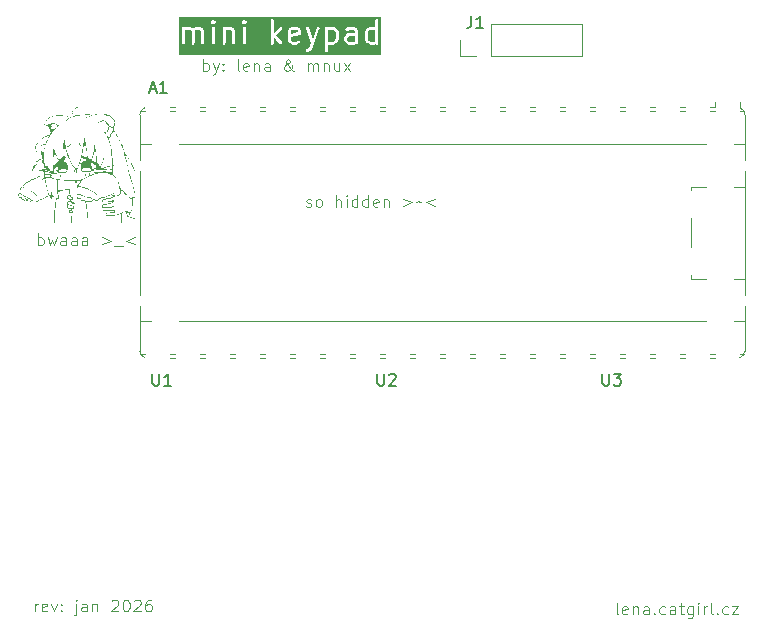
<source format=gbr>
%TF.GenerationSoftware,KiCad,Pcbnew,9.0.2*%
%TF.CreationDate,2026-01-14T17:50:12+01:00*%
%TF.ProjectId,keypad,6b657970-6164-42e6-9b69-6361645f7063,rev?*%
%TF.SameCoordinates,Original*%
%TF.FileFunction,Legend,Top*%
%TF.FilePolarity,Positive*%
%FSLAX46Y46*%
G04 Gerber Fmt 4.6, Leading zero omitted, Abs format (unit mm)*
G04 Created by KiCad (PCBNEW 9.0.2) date 2026-01-14 17:50:12*
%MOMM*%
%LPD*%
G01*
G04 APERTURE LIST*
%ADD10C,0.100000*%
%ADD11C,0.250000*%
%ADD12C,0.150000*%
%ADD13C,0.000000*%
%ADD14C,0.120000*%
G04 APERTURE END LIST*
D10*
X2553884Y-51872419D02*
X2553884Y-51205752D01*
X2553884Y-51396228D02*
X2601503Y-51300990D01*
X2601503Y-51300990D02*
X2649122Y-51253371D01*
X2649122Y-51253371D02*
X2744360Y-51205752D01*
X2744360Y-51205752D02*
X2839598Y-51205752D01*
X3553884Y-51824800D02*
X3458646Y-51872419D01*
X3458646Y-51872419D02*
X3268170Y-51872419D01*
X3268170Y-51872419D02*
X3172932Y-51824800D01*
X3172932Y-51824800D02*
X3125313Y-51729561D01*
X3125313Y-51729561D02*
X3125313Y-51348609D01*
X3125313Y-51348609D02*
X3172932Y-51253371D01*
X3172932Y-51253371D02*
X3268170Y-51205752D01*
X3268170Y-51205752D02*
X3458646Y-51205752D01*
X3458646Y-51205752D02*
X3553884Y-51253371D01*
X3553884Y-51253371D02*
X3601503Y-51348609D01*
X3601503Y-51348609D02*
X3601503Y-51443847D01*
X3601503Y-51443847D02*
X3125313Y-51539085D01*
X3934837Y-51205752D02*
X4172932Y-51872419D01*
X4172932Y-51872419D02*
X4411027Y-51205752D01*
X4791980Y-51777180D02*
X4839599Y-51824800D01*
X4839599Y-51824800D02*
X4791980Y-51872419D01*
X4791980Y-51872419D02*
X4744361Y-51824800D01*
X4744361Y-51824800D02*
X4791980Y-51777180D01*
X4791980Y-51777180D02*
X4791980Y-51872419D01*
X4791980Y-51253371D02*
X4839599Y-51300990D01*
X4839599Y-51300990D02*
X4791980Y-51348609D01*
X4791980Y-51348609D02*
X4744361Y-51300990D01*
X4744361Y-51300990D02*
X4791980Y-51253371D01*
X4791980Y-51253371D02*
X4791980Y-51348609D01*
X6030075Y-51205752D02*
X6030075Y-52062895D01*
X6030075Y-52062895D02*
X5982456Y-52158133D01*
X5982456Y-52158133D02*
X5887218Y-52205752D01*
X5887218Y-52205752D02*
X5839599Y-52205752D01*
X6030075Y-50872419D02*
X5982456Y-50920038D01*
X5982456Y-50920038D02*
X6030075Y-50967657D01*
X6030075Y-50967657D02*
X6077694Y-50920038D01*
X6077694Y-50920038D02*
X6030075Y-50872419D01*
X6030075Y-50872419D02*
X6030075Y-50967657D01*
X6934836Y-51872419D02*
X6934836Y-51348609D01*
X6934836Y-51348609D02*
X6887217Y-51253371D01*
X6887217Y-51253371D02*
X6791979Y-51205752D01*
X6791979Y-51205752D02*
X6601503Y-51205752D01*
X6601503Y-51205752D02*
X6506265Y-51253371D01*
X6934836Y-51824800D02*
X6839598Y-51872419D01*
X6839598Y-51872419D02*
X6601503Y-51872419D01*
X6601503Y-51872419D02*
X6506265Y-51824800D01*
X6506265Y-51824800D02*
X6458646Y-51729561D01*
X6458646Y-51729561D02*
X6458646Y-51634323D01*
X6458646Y-51634323D02*
X6506265Y-51539085D01*
X6506265Y-51539085D02*
X6601503Y-51491466D01*
X6601503Y-51491466D02*
X6839598Y-51491466D01*
X6839598Y-51491466D02*
X6934836Y-51443847D01*
X7411027Y-51205752D02*
X7411027Y-51872419D01*
X7411027Y-51300990D02*
X7458646Y-51253371D01*
X7458646Y-51253371D02*
X7553884Y-51205752D01*
X7553884Y-51205752D02*
X7696741Y-51205752D01*
X7696741Y-51205752D02*
X7791979Y-51253371D01*
X7791979Y-51253371D02*
X7839598Y-51348609D01*
X7839598Y-51348609D02*
X7839598Y-51872419D01*
X9030075Y-50967657D02*
X9077694Y-50920038D01*
X9077694Y-50920038D02*
X9172932Y-50872419D01*
X9172932Y-50872419D02*
X9411027Y-50872419D01*
X9411027Y-50872419D02*
X9506265Y-50920038D01*
X9506265Y-50920038D02*
X9553884Y-50967657D01*
X9553884Y-50967657D02*
X9601503Y-51062895D01*
X9601503Y-51062895D02*
X9601503Y-51158133D01*
X9601503Y-51158133D02*
X9553884Y-51300990D01*
X9553884Y-51300990D02*
X8982456Y-51872419D01*
X8982456Y-51872419D02*
X9601503Y-51872419D01*
X10220551Y-50872419D02*
X10315789Y-50872419D01*
X10315789Y-50872419D02*
X10411027Y-50920038D01*
X10411027Y-50920038D02*
X10458646Y-50967657D01*
X10458646Y-50967657D02*
X10506265Y-51062895D01*
X10506265Y-51062895D02*
X10553884Y-51253371D01*
X10553884Y-51253371D02*
X10553884Y-51491466D01*
X10553884Y-51491466D02*
X10506265Y-51681942D01*
X10506265Y-51681942D02*
X10458646Y-51777180D01*
X10458646Y-51777180D02*
X10411027Y-51824800D01*
X10411027Y-51824800D02*
X10315789Y-51872419D01*
X10315789Y-51872419D02*
X10220551Y-51872419D01*
X10220551Y-51872419D02*
X10125313Y-51824800D01*
X10125313Y-51824800D02*
X10077694Y-51777180D01*
X10077694Y-51777180D02*
X10030075Y-51681942D01*
X10030075Y-51681942D02*
X9982456Y-51491466D01*
X9982456Y-51491466D02*
X9982456Y-51253371D01*
X9982456Y-51253371D02*
X10030075Y-51062895D01*
X10030075Y-51062895D02*
X10077694Y-50967657D01*
X10077694Y-50967657D02*
X10125313Y-50920038D01*
X10125313Y-50920038D02*
X10220551Y-50872419D01*
X10934837Y-50967657D02*
X10982456Y-50920038D01*
X10982456Y-50920038D02*
X11077694Y-50872419D01*
X11077694Y-50872419D02*
X11315789Y-50872419D01*
X11315789Y-50872419D02*
X11411027Y-50920038D01*
X11411027Y-50920038D02*
X11458646Y-50967657D01*
X11458646Y-50967657D02*
X11506265Y-51062895D01*
X11506265Y-51062895D02*
X11506265Y-51158133D01*
X11506265Y-51158133D02*
X11458646Y-51300990D01*
X11458646Y-51300990D02*
X10887218Y-51872419D01*
X10887218Y-51872419D02*
X11506265Y-51872419D01*
X12363408Y-50872419D02*
X12172932Y-50872419D01*
X12172932Y-50872419D02*
X12077694Y-50920038D01*
X12077694Y-50920038D02*
X12030075Y-50967657D01*
X12030075Y-50967657D02*
X11934837Y-51110514D01*
X11934837Y-51110514D02*
X11887218Y-51300990D01*
X11887218Y-51300990D02*
X11887218Y-51681942D01*
X11887218Y-51681942D02*
X11934837Y-51777180D01*
X11934837Y-51777180D02*
X11982456Y-51824800D01*
X11982456Y-51824800D02*
X12077694Y-51872419D01*
X12077694Y-51872419D02*
X12268170Y-51872419D01*
X12268170Y-51872419D02*
X12363408Y-51824800D01*
X12363408Y-51824800D02*
X12411027Y-51777180D01*
X12411027Y-51777180D02*
X12458646Y-51681942D01*
X12458646Y-51681942D02*
X12458646Y-51443847D01*
X12458646Y-51443847D02*
X12411027Y-51348609D01*
X12411027Y-51348609D02*
X12363408Y-51300990D01*
X12363408Y-51300990D02*
X12268170Y-51253371D01*
X12268170Y-51253371D02*
X12077694Y-51253371D01*
X12077694Y-51253371D02*
X11982456Y-51300990D01*
X11982456Y-51300990D02*
X11934837Y-51348609D01*
X11934837Y-51348609D02*
X11887218Y-51443847D01*
X51946741Y-52122419D02*
X51851503Y-52074800D01*
X51851503Y-52074800D02*
X51803884Y-51979561D01*
X51803884Y-51979561D02*
X51803884Y-51122419D01*
X52708646Y-52074800D02*
X52613408Y-52122419D01*
X52613408Y-52122419D02*
X52422932Y-52122419D01*
X52422932Y-52122419D02*
X52327694Y-52074800D01*
X52327694Y-52074800D02*
X52280075Y-51979561D01*
X52280075Y-51979561D02*
X52280075Y-51598609D01*
X52280075Y-51598609D02*
X52327694Y-51503371D01*
X52327694Y-51503371D02*
X52422932Y-51455752D01*
X52422932Y-51455752D02*
X52613408Y-51455752D01*
X52613408Y-51455752D02*
X52708646Y-51503371D01*
X52708646Y-51503371D02*
X52756265Y-51598609D01*
X52756265Y-51598609D02*
X52756265Y-51693847D01*
X52756265Y-51693847D02*
X52280075Y-51789085D01*
X53184837Y-51455752D02*
X53184837Y-52122419D01*
X53184837Y-51550990D02*
X53232456Y-51503371D01*
X53232456Y-51503371D02*
X53327694Y-51455752D01*
X53327694Y-51455752D02*
X53470551Y-51455752D01*
X53470551Y-51455752D02*
X53565789Y-51503371D01*
X53565789Y-51503371D02*
X53613408Y-51598609D01*
X53613408Y-51598609D02*
X53613408Y-52122419D01*
X54518170Y-52122419D02*
X54518170Y-51598609D01*
X54518170Y-51598609D02*
X54470551Y-51503371D01*
X54470551Y-51503371D02*
X54375313Y-51455752D01*
X54375313Y-51455752D02*
X54184837Y-51455752D01*
X54184837Y-51455752D02*
X54089599Y-51503371D01*
X54518170Y-52074800D02*
X54422932Y-52122419D01*
X54422932Y-52122419D02*
X54184837Y-52122419D01*
X54184837Y-52122419D02*
X54089599Y-52074800D01*
X54089599Y-52074800D02*
X54041980Y-51979561D01*
X54041980Y-51979561D02*
X54041980Y-51884323D01*
X54041980Y-51884323D02*
X54089599Y-51789085D01*
X54089599Y-51789085D02*
X54184837Y-51741466D01*
X54184837Y-51741466D02*
X54422932Y-51741466D01*
X54422932Y-51741466D02*
X54518170Y-51693847D01*
X54994361Y-52027180D02*
X55041980Y-52074800D01*
X55041980Y-52074800D02*
X54994361Y-52122419D01*
X54994361Y-52122419D02*
X54946742Y-52074800D01*
X54946742Y-52074800D02*
X54994361Y-52027180D01*
X54994361Y-52027180D02*
X54994361Y-52122419D01*
X55899122Y-52074800D02*
X55803884Y-52122419D01*
X55803884Y-52122419D02*
X55613408Y-52122419D01*
X55613408Y-52122419D02*
X55518170Y-52074800D01*
X55518170Y-52074800D02*
X55470551Y-52027180D01*
X55470551Y-52027180D02*
X55422932Y-51931942D01*
X55422932Y-51931942D02*
X55422932Y-51646228D01*
X55422932Y-51646228D02*
X55470551Y-51550990D01*
X55470551Y-51550990D02*
X55518170Y-51503371D01*
X55518170Y-51503371D02*
X55613408Y-51455752D01*
X55613408Y-51455752D02*
X55803884Y-51455752D01*
X55803884Y-51455752D02*
X55899122Y-51503371D01*
X56756265Y-52122419D02*
X56756265Y-51598609D01*
X56756265Y-51598609D02*
X56708646Y-51503371D01*
X56708646Y-51503371D02*
X56613408Y-51455752D01*
X56613408Y-51455752D02*
X56422932Y-51455752D01*
X56422932Y-51455752D02*
X56327694Y-51503371D01*
X56756265Y-52074800D02*
X56661027Y-52122419D01*
X56661027Y-52122419D02*
X56422932Y-52122419D01*
X56422932Y-52122419D02*
X56327694Y-52074800D01*
X56327694Y-52074800D02*
X56280075Y-51979561D01*
X56280075Y-51979561D02*
X56280075Y-51884323D01*
X56280075Y-51884323D02*
X56327694Y-51789085D01*
X56327694Y-51789085D02*
X56422932Y-51741466D01*
X56422932Y-51741466D02*
X56661027Y-51741466D01*
X56661027Y-51741466D02*
X56756265Y-51693847D01*
X57089599Y-51455752D02*
X57470551Y-51455752D01*
X57232456Y-51122419D02*
X57232456Y-51979561D01*
X57232456Y-51979561D02*
X57280075Y-52074800D01*
X57280075Y-52074800D02*
X57375313Y-52122419D01*
X57375313Y-52122419D02*
X57470551Y-52122419D01*
X58232456Y-51455752D02*
X58232456Y-52265276D01*
X58232456Y-52265276D02*
X58184837Y-52360514D01*
X58184837Y-52360514D02*
X58137218Y-52408133D01*
X58137218Y-52408133D02*
X58041980Y-52455752D01*
X58041980Y-52455752D02*
X57899123Y-52455752D01*
X57899123Y-52455752D02*
X57803885Y-52408133D01*
X58232456Y-52074800D02*
X58137218Y-52122419D01*
X58137218Y-52122419D02*
X57946742Y-52122419D01*
X57946742Y-52122419D02*
X57851504Y-52074800D01*
X57851504Y-52074800D02*
X57803885Y-52027180D01*
X57803885Y-52027180D02*
X57756266Y-51931942D01*
X57756266Y-51931942D02*
X57756266Y-51646228D01*
X57756266Y-51646228D02*
X57803885Y-51550990D01*
X57803885Y-51550990D02*
X57851504Y-51503371D01*
X57851504Y-51503371D02*
X57946742Y-51455752D01*
X57946742Y-51455752D02*
X58137218Y-51455752D01*
X58137218Y-51455752D02*
X58232456Y-51503371D01*
X58708647Y-52122419D02*
X58708647Y-51455752D01*
X58708647Y-51122419D02*
X58661028Y-51170038D01*
X58661028Y-51170038D02*
X58708647Y-51217657D01*
X58708647Y-51217657D02*
X58756266Y-51170038D01*
X58756266Y-51170038D02*
X58708647Y-51122419D01*
X58708647Y-51122419D02*
X58708647Y-51217657D01*
X59184837Y-52122419D02*
X59184837Y-51455752D01*
X59184837Y-51646228D02*
X59232456Y-51550990D01*
X59232456Y-51550990D02*
X59280075Y-51503371D01*
X59280075Y-51503371D02*
X59375313Y-51455752D01*
X59375313Y-51455752D02*
X59470551Y-51455752D01*
X59946742Y-52122419D02*
X59851504Y-52074800D01*
X59851504Y-52074800D02*
X59803885Y-51979561D01*
X59803885Y-51979561D02*
X59803885Y-51122419D01*
X60327695Y-52027180D02*
X60375314Y-52074800D01*
X60375314Y-52074800D02*
X60327695Y-52122419D01*
X60327695Y-52122419D02*
X60280076Y-52074800D01*
X60280076Y-52074800D02*
X60327695Y-52027180D01*
X60327695Y-52027180D02*
X60327695Y-52122419D01*
X61232456Y-52074800D02*
X61137218Y-52122419D01*
X61137218Y-52122419D02*
X60946742Y-52122419D01*
X60946742Y-52122419D02*
X60851504Y-52074800D01*
X60851504Y-52074800D02*
X60803885Y-52027180D01*
X60803885Y-52027180D02*
X60756266Y-51931942D01*
X60756266Y-51931942D02*
X60756266Y-51646228D01*
X60756266Y-51646228D02*
X60803885Y-51550990D01*
X60803885Y-51550990D02*
X60851504Y-51503371D01*
X60851504Y-51503371D02*
X60946742Y-51455752D01*
X60946742Y-51455752D02*
X61137218Y-51455752D01*
X61137218Y-51455752D02*
X61232456Y-51503371D01*
X61565790Y-51455752D02*
X62089599Y-51455752D01*
X62089599Y-51455752D02*
X61565790Y-52122419D01*
X61565790Y-52122419D02*
X62089599Y-52122419D01*
X16803884Y-6122419D02*
X16803884Y-5122419D01*
X16803884Y-5503371D02*
X16899122Y-5455752D01*
X16899122Y-5455752D02*
X17089598Y-5455752D01*
X17089598Y-5455752D02*
X17184836Y-5503371D01*
X17184836Y-5503371D02*
X17232455Y-5550990D01*
X17232455Y-5550990D02*
X17280074Y-5646228D01*
X17280074Y-5646228D02*
X17280074Y-5931942D01*
X17280074Y-5931942D02*
X17232455Y-6027180D01*
X17232455Y-6027180D02*
X17184836Y-6074800D01*
X17184836Y-6074800D02*
X17089598Y-6122419D01*
X17089598Y-6122419D02*
X16899122Y-6122419D01*
X16899122Y-6122419D02*
X16803884Y-6074800D01*
X17613408Y-5455752D02*
X17851503Y-6122419D01*
X18089598Y-5455752D02*
X17851503Y-6122419D01*
X17851503Y-6122419D02*
X17756265Y-6360514D01*
X17756265Y-6360514D02*
X17708646Y-6408133D01*
X17708646Y-6408133D02*
X17613408Y-6455752D01*
X18470551Y-6027180D02*
X18518170Y-6074800D01*
X18518170Y-6074800D02*
X18470551Y-6122419D01*
X18470551Y-6122419D02*
X18422932Y-6074800D01*
X18422932Y-6074800D02*
X18470551Y-6027180D01*
X18470551Y-6027180D02*
X18470551Y-6122419D01*
X18470551Y-5503371D02*
X18518170Y-5550990D01*
X18518170Y-5550990D02*
X18470551Y-5598609D01*
X18470551Y-5598609D02*
X18422932Y-5550990D01*
X18422932Y-5550990D02*
X18470551Y-5503371D01*
X18470551Y-5503371D02*
X18470551Y-5598609D01*
X19851503Y-6122419D02*
X19756265Y-6074800D01*
X19756265Y-6074800D02*
X19708646Y-5979561D01*
X19708646Y-5979561D02*
X19708646Y-5122419D01*
X20613408Y-6074800D02*
X20518170Y-6122419D01*
X20518170Y-6122419D02*
X20327694Y-6122419D01*
X20327694Y-6122419D02*
X20232456Y-6074800D01*
X20232456Y-6074800D02*
X20184837Y-5979561D01*
X20184837Y-5979561D02*
X20184837Y-5598609D01*
X20184837Y-5598609D02*
X20232456Y-5503371D01*
X20232456Y-5503371D02*
X20327694Y-5455752D01*
X20327694Y-5455752D02*
X20518170Y-5455752D01*
X20518170Y-5455752D02*
X20613408Y-5503371D01*
X20613408Y-5503371D02*
X20661027Y-5598609D01*
X20661027Y-5598609D02*
X20661027Y-5693847D01*
X20661027Y-5693847D02*
X20184837Y-5789085D01*
X21089599Y-5455752D02*
X21089599Y-6122419D01*
X21089599Y-5550990D02*
X21137218Y-5503371D01*
X21137218Y-5503371D02*
X21232456Y-5455752D01*
X21232456Y-5455752D02*
X21375313Y-5455752D01*
X21375313Y-5455752D02*
X21470551Y-5503371D01*
X21470551Y-5503371D02*
X21518170Y-5598609D01*
X21518170Y-5598609D02*
X21518170Y-6122419D01*
X22422932Y-6122419D02*
X22422932Y-5598609D01*
X22422932Y-5598609D02*
X22375313Y-5503371D01*
X22375313Y-5503371D02*
X22280075Y-5455752D01*
X22280075Y-5455752D02*
X22089599Y-5455752D01*
X22089599Y-5455752D02*
X21994361Y-5503371D01*
X22422932Y-6074800D02*
X22327694Y-6122419D01*
X22327694Y-6122419D02*
X22089599Y-6122419D01*
X22089599Y-6122419D02*
X21994361Y-6074800D01*
X21994361Y-6074800D02*
X21946742Y-5979561D01*
X21946742Y-5979561D02*
X21946742Y-5884323D01*
X21946742Y-5884323D02*
X21994361Y-5789085D01*
X21994361Y-5789085D02*
X22089599Y-5741466D01*
X22089599Y-5741466D02*
X22327694Y-5741466D01*
X22327694Y-5741466D02*
X22422932Y-5693847D01*
X24470552Y-6122419D02*
X24422933Y-6122419D01*
X24422933Y-6122419D02*
X24327694Y-6074800D01*
X24327694Y-6074800D02*
X24184837Y-5931942D01*
X24184837Y-5931942D02*
X23946742Y-5646228D01*
X23946742Y-5646228D02*
X23851504Y-5503371D01*
X23851504Y-5503371D02*
X23803885Y-5360514D01*
X23803885Y-5360514D02*
X23803885Y-5265276D01*
X23803885Y-5265276D02*
X23851504Y-5170038D01*
X23851504Y-5170038D02*
X23946742Y-5122419D01*
X23946742Y-5122419D02*
X23994361Y-5122419D01*
X23994361Y-5122419D02*
X24089599Y-5170038D01*
X24089599Y-5170038D02*
X24137218Y-5265276D01*
X24137218Y-5265276D02*
X24137218Y-5312895D01*
X24137218Y-5312895D02*
X24089599Y-5408133D01*
X24089599Y-5408133D02*
X24041980Y-5455752D01*
X24041980Y-5455752D02*
X23756266Y-5646228D01*
X23756266Y-5646228D02*
X23708647Y-5693847D01*
X23708647Y-5693847D02*
X23661028Y-5789085D01*
X23661028Y-5789085D02*
X23661028Y-5931942D01*
X23661028Y-5931942D02*
X23708647Y-6027180D01*
X23708647Y-6027180D02*
X23756266Y-6074800D01*
X23756266Y-6074800D02*
X23851504Y-6122419D01*
X23851504Y-6122419D02*
X23994361Y-6122419D01*
X23994361Y-6122419D02*
X24089599Y-6074800D01*
X24089599Y-6074800D02*
X24137218Y-6027180D01*
X24137218Y-6027180D02*
X24280075Y-5836704D01*
X24280075Y-5836704D02*
X24327694Y-5693847D01*
X24327694Y-5693847D02*
X24327694Y-5598609D01*
X25661028Y-6122419D02*
X25661028Y-5455752D01*
X25661028Y-5550990D02*
X25708647Y-5503371D01*
X25708647Y-5503371D02*
X25803885Y-5455752D01*
X25803885Y-5455752D02*
X25946742Y-5455752D01*
X25946742Y-5455752D02*
X26041980Y-5503371D01*
X26041980Y-5503371D02*
X26089599Y-5598609D01*
X26089599Y-5598609D02*
X26089599Y-6122419D01*
X26089599Y-5598609D02*
X26137218Y-5503371D01*
X26137218Y-5503371D02*
X26232456Y-5455752D01*
X26232456Y-5455752D02*
X26375313Y-5455752D01*
X26375313Y-5455752D02*
X26470552Y-5503371D01*
X26470552Y-5503371D02*
X26518171Y-5598609D01*
X26518171Y-5598609D02*
X26518171Y-6122419D01*
X26994361Y-5455752D02*
X26994361Y-6122419D01*
X26994361Y-5550990D02*
X27041980Y-5503371D01*
X27041980Y-5503371D02*
X27137218Y-5455752D01*
X27137218Y-5455752D02*
X27280075Y-5455752D01*
X27280075Y-5455752D02*
X27375313Y-5503371D01*
X27375313Y-5503371D02*
X27422932Y-5598609D01*
X27422932Y-5598609D02*
X27422932Y-6122419D01*
X28327694Y-5455752D02*
X28327694Y-6122419D01*
X27899123Y-5455752D02*
X27899123Y-5979561D01*
X27899123Y-5979561D02*
X27946742Y-6074800D01*
X27946742Y-6074800D02*
X28041980Y-6122419D01*
X28041980Y-6122419D02*
X28184837Y-6122419D01*
X28184837Y-6122419D02*
X28280075Y-6074800D01*
X28280075Y-6074800D02*
X28327694Y-6027180D01*
X28708647Y-6122419D02*
X29232456Y-5455752D01*
X28708647Y-5455752D02*
X29232456Y-6122419D01*
X2803884Y-20872419D02*
X2803884Y-19872419D01*
X2803884Y-20253371D02*
X2899122Y-20205752D01*
X2899122Y-20205752D02*
X3089598Y-20205752D01*
X3089598Y-20205752D02*
X3184836Y-20253371D01*
X3184836Y-20253371D02*
X3232455Y-20300990D01*
X3232455Y-20300990D02*
X3280074Y-20396228D01*
X3280074Y-20396228D02*
X3280074Y-20681942D01*
X3280074Y-20681942D02*
X3232455Y-20777180D01*
X3232455Y-20777180D02*
X3184836Y-20824800D01*
X3184836Y-20824800D02*
X3089598Y-20872419D01*
X3089598Y-20872419D02*
X2899122Y-20872419D01*
X2899122Y-20872419D02*
X2803884Y-20824800D01*
X3613408Y-20205752D02*
X3803884Y-20872419D01*
X3803884Y-20872419D02*
X3994360Y-20396228D01*
X3994360Y-20396228D02*
X4184836Y-20872419D01*
X4184836Y-20872419D02*
X4375312Y-20205752D01*
X5184836Y-20872419D02*
X5184836Y-20348609D01*
X5184836Y-20348609D02*
X5137217Y-20253371D01*
X5137217Y-20253371D02*
X5041979Y-20205752D01*
X5041979Y-20205752D02*
X4851503Y-20205752D01*
X4851503Y-20205752D02*
X4756265Y-20253371D01*
X5184836Y-20824800D02*
X5089598Y-20872419D01*
X5089598Y-20872419D02*
X4851503Y-20872419D01*
X4851503Y-20872419D02*
X4756265Y-20824800D01*
X4756265Y-20824800D02*
X4708646Y-20729561D01*
X4708646Y-20729561D02*
X4708646Y-20634323D01*
X4708646Y-20634323D02*
X4756265Y-20539085D01*
X4756265Y-20539085D02*
X4851503Y-20491466D01*
X4851503Y-20491466D02*
X5089598Y-20491466D01*
X5089598Y-20491466D02*
X5184836Y-20443847D01*
X6089598Y-20872419D02*
X6089598Y-20348609D01*
X6089598Y-20348609D02*
X6041979Y-20253371D01*
X6041979Y-20253371D02*
X5946741Y-20205752D01*
X5946741Y-20205752D02*
X5756265Y-20205752D01*
X5756265Y-20205752D02*
X5661027Y-20253371D01*
X6089598Y-20824800D02*
X5994360Y-20872419D01*
X5994360Y-20872419D02*
X5756265Y-20872419D01*
X5756265Y-20872419D02*
X5661027Y-20824800D01*
X5661027Y-20824800D02*
X5613408Y-20729561D01*
X5613408Y-20729561D02*
X5613408Y-20634323D01*
X5613408Y-20634323D02*
X5661027Y-20539085D01*
X5661027Y-20539085D02*
X5756265Y-20491466D01*
X5756265Y-20491466D02*
X5994360Y-20491466D01*
X5994360Y-20491466D02*
X6089598Y-20443847D01*
X6994360Y-20872419D02*
X6994360Y-20348609D01*
X6994360Y-20348609D02*
X6946741Y-20253371D01*
X6946741Y-20253371D02*
X6851503Y-20205752D01*
X6851503Y-20205752D02*
X6661027Y-20205752D01*
X6661027Y-20205752D02*
X6565789Y-20253371D01*
X6994360Y-20824800D02*
X6899122Y-20872419D01*
X6899122Y-20872419D02*
X6661027Y-20872419D01*
X6661027Y-20872419D02*
X6565789Y-20824800D01*
X6565789Y-20824800D02*
X6518170Y-20729561D01*
X6518170Y-20729561D02*
X6518170Y-20634323D01*
X6518170Y-20634323D02*
X6565789Y-20539085D01*
X6565789Y-20539085D02*
X6661027Y-20491466D01*
X6661027Y-20491466D02*
X6899122Y-20491466D01*
X6899122Y-20491466D02*
X6994360Y-20443847D01*
X8232456Y-20205752D02*
X8994361Y-20491466D01*
X8994361Y-20491466D02*
X8232456Y-20777180D01*
X9232456Y-20967657D02*
X9994360Y-20967657D01*
X10994361Y-20205752D02*
X10232456Y-20491466D01*
X10232456Y-20491466D02*
X10994361Y-20777180D01*
D11*
G36*
X27890427Y-2681016D02*
G01*
X27952215Y-2742805D01*
X28020424Y-2879222D01*
X28020424Y-3363062D01*
X27952216Y-3499477D01*
X27890425Y-3561269D01*
X27754012Y-3629476D01*
X27451124Y-3629476D01*
X27365662Y-3586745D01*
X27365662Y-2655539D01*
X27451124Y-2612809D01*
X27754012Y-2612809D01*
X27890427Y-2681016D01*
G37*
G36*
X24795111Y-2671453D02*
G01*
X24853758Y-2788746D01*
X24853758Y-2837714D01*
X24198996Y-2968666D01*
X24198996Y-2788746D01*
X24257641Y-2671455D01*
X24374934Y-2612809D01*
X24677822Y-2612809D01*
X24795111Y-2671453D01*
G37*
G36*
X29648996Y-3586746D02*
G01*
X29563536Y-3629476D01*
X29170172Y-3629476D01*
X29052879Y-3570830D01*
X28994234Y-3453538D01*
X28994234Y-3331603D01*
X29052879Y-3214312D01*
X29170172Y-3155666D01*
X29593044Y-3155666D01*
X29617430Y-3153264D01*
X29621578Y-3151545D01*
X29626060Y-3151227D01*
X29648946Y-3142469D01*
X29648996Y-3142444D01*
X29648996Y-3586746D01*
G37*
G36*
X31368044Y-2655539D02*
G01*
X31368044Y-3586746D01*
X31282584Y-3629476D01*
X30979696Y-3629476D01*
X30843278Y-3561267D01*
X30781490Y-3499479D01*
X30713282Y-3363063D01*
X30713282Y-2879222D01*
X30781489Y-2742807D01*
X30843280Y-2681016D01*
X30979696Y-2612809D01*
X31282584Y-2612809D01*
X31368044Y-2655539D01*
G37*
G36*
X31829155Y-4722939D02*
G01*
X14780742Y-4722939D01*
X14780742Y-4372175D01*
X25488072Y-4372175D01*
X25491530Y-4420825D01*
X25513342Y-4464448D01*
X25550187Y-4496404D01*
X25596457Y-4511828D01*
X25645107Y-4508370D01*
X25667993Y-4499612D01*
X25848944Y-4409137D01*
X25859438Y-4402530D01*
X25862489Y-4401267D01*
X25865925Y-4398446D01*
X25869682Y-4396082D01*
X25871842Y-4393590D01*
X25881431Y-4385722D01*
X25971908Y-4295246D01*
X25987453Y-4276304D01*
X25987749Y-4275587D01*
X25988293Y-4275031D01*
X25999580Y-4253281D01*
X26180532Y-3800900D01*
X26181186Y-3798641D01*
X26182190Y-3796518D01*
X26634571Y-2529851D01*
X26640511Y-2506077D01*
X26639603Y-2487809D01*
X27115662Y-2487809D01*
X27115662Y-4387809D01*
X27118064Y-4412195D01*
X27136728Y-4457255D01*
X27171216Y-4491743D01*
X27216276Y-4510407D01*
X27265048Y-4510407D01*
X27310108Y-4491743D01*
X27344596Y-4457255D01*
X27363260Y-4412195D01*
X27365662Y-4387809D01*
X27365662Y-3866253D01*
X27365713Y-3866279D01*
X27388599Y-3875037D01*
X27393079Y-3875355D01*
X27397229Y-3877074D01*
X27421615Y-3879476D01*
X27783520Y-3879476D01*
X27807906Y-3877074D01*
X27812054Y-3875355D01*
X27816536Y-3875037D01*
X27839422Y-3866279D01*
X28020373Y-3775804D01*
X28030869Y-3769196D01*
X28033919Y-3767933D01*
X28037353Y-3765114D01*
X28041111Y-3762749D01*
X28043272Y-3760257D01*
X28052861Y-3752388D01*
X28143337Y-3661911D01*
X28151205Y-3652322D01*
X28153697Y-3650162D01*
X28156061Y-3646405D01*
X28158882Y-3642969D01*
X28160145Y-3639917D01*
X28166751Y-3629425D01*
X28257227Y-3448473D01*
X28265985Y-3425587D01*
X28266303Y-3421106D01*
X28268022Y-3416957D01*
X28270424Y-3392571D01*
X28270424Y-3302095D01*
X28744234Y-3302095D01*
X28744234Y-3483047D01*
X28746636Y-3507433D01*
X28748354Y-3511581D01*
X28748673Y-3516063D01*
X28757430Y-3538948D01*
X28847906Y-3719901D01*
X28850473Y-3723979D01*
X28851115Y-3725904D01*
X28853193Y-3728300D01*
X28860960Y-3740638D01*
X28872802Y-3750909D01*
X28883071Y-3762749D01*
X28895405Y-3770513D01*
X28897805Y-3772595D01*
X28899731Y-3773237D01*
X28903809Y-3775804D01*
X29084761Y-3866279D01*
X29107647Y-3875037D01*
X29112127Y-3875355D01*
X29116277Y-3877074D01*
X29140663Y-3879476D01*
X29593044Y-3879476D01*
X29617430Y-3877074D01*
X29621578Y-3875355D01*
X29626060Y-3875037D01*
X29648946Y-3866279D01*
X29691261Y-3845121D01*
X29704550Y-3858410D01*
X29749610Y-3877074D01*
X29798382Y-3877074D01*
X29843442Y-3858410D01*
X29877930Y-3823922D01*
X29896594Y-3778862D01*
X29898996Y-3754476D01*
X29898996Y-2849714D01*
X30463282Y-2849714D01*
X30463282Y-3392571D01*
X30465684Y-3416957D01*
X30467402Y-3421105D01*
X30467721Y-3425587D01*
X30476479Y-3448473D01*
X30566954Y-3629424D01*
X30573563Y-3639922D01*
X30574825Y-3642969D01*
X30577640Y-3646400D01*
X30580009Y-3650162D01*
X30582503Y-3652325D01*
X30590370Y-3661911D01*
X30680847Y-3752388D01*
X30690433Y-3760256D01*
X30692596Y-3762749D01*
X30696353Y-3765114D01*
X30699789Y-3767934D01*
X30702840Y-3769198D01*
X30713333Y-3775803D01*
X30894285Y-3866279D01*
X30917171Y-3875037D01*
X30921651Y-3875355D01*
X30925801Y-3877074D01*
X30950187Y-3879476D01*
X31312092Y-3879476D01*
X31336478Y-3877074D01*
X31340626Y-3875355D01*
X31345108Y-3875037D01*
X31367994Y-3866279D01*
X31410309Y-3845121D01*
X31423598Y-3858410D01*
X31468658Y-3877074D01*
X31517430Y-3877074D01*
X31562490Y-3858410D01*
X31596978Y-3823922D01*
X31615642Y-3778862D01*
X31618044Y-3754476D01*
X31618044Y-1854476D01*
X31615642Y-1830090D01*
X31596978Y-1785030D01*
X31562490Y-1750542D01*
X31517430Y-1731878D01*
X31468658Y-1731878D01*
X31423598Y-1750542D01*
X31389110Y-1785030D01*
X31370446Y-1830090D01*
X31368044Y-1854476D01*
X31368044Y-2376030D01*
X31367994Y-2376006D01*
X31345108Y-2367248D01*
X31340626Y-2366929D01*
X31336478Y-2365211D01*
X31312092Y-2362809D01*
X30950187Y-2362809D01*
X30925801Y-2365211D01*
X30921651Y-2366929D01*
X30917171Y-2367248D01*
X30894285Y-2376006D01*
X30713333Y-2466482D01*
X30702840Y-2473087D01*
X30699789Y-2474351D01*
X30696352Y-2477171D01*
X30692596Y-2479536D01*
X30690435Y-2482027D01*
X30680847Y-2489896D01*
X30590370Y-2580372D01*
X30582500Y-2589961D01*
X30580008Y-2592123D01*
X30577642Y-2595881D01*
X30574825Y-2599314D01*
X30573562Y-2602362D01*
X30566954Y-2612860D01*
X30476478Y-2793813D01*
X30467721Y-2816698D01*
X30467402Y-2821179D01*
X30465684Y-2825328D01*
X30463282Y-2849714D01*
X29898996Y-2849714D01*
X29898996Y-2759238D01*
X29896594Y-2734852D01*
X29894875Y-2730702D01*
X29894557Y-2726222D01*
X29885799Y-2703336D01*
X29795324Y-2522384D01*
X29792756Y-2518305D01*
X29792115Y-2516381D01*
X29790035Y-2513983D01*
X29782269Y-2501646D01*
X29770428Y-2491376D01*
X29760159Y-2479536D01*
X29747821Y-2471769D01*
X29745424Y-2469690D01*
X29743499Y-2469048D01*
X29739421Y-2466481D01*
X29558470Y-2376006D01*
X29535584Y-2367248D01*
X29531102Y-2366929D01*
X29526954Y-2365211D01*
X29502568Y-2362809D01*
X29140663Y-2362809D01*
X29116277Y-2365211D01*
X29112127Y-2366929D01*
X29107647Y-2367248D01*
X29084761Y-2376006D01*
X28903809Y-2466481D01*
X28883071Y-2479536D01*
X28851115Y-2516381D01*
X28835691Y-2562651D01*
X28839149Y-2611301D01*
X28860961Y-2654924D01*
X28897806Y-2686880D01*
X28944076Y-2702304D01*
X28992726Y-2698846D01*
X29015611Y-2690089D01*
X29170172Y-2612809D01*
X29473060Y-2612809D01*
X29590349Y-2671453D01*
X29648996Y-2788746D01*
X29648996Y-2862936D01*
X29563536Y-2905666D01*
X29140663Y-2905666D01*
X29116277Y-2908068D01*
X29112127Y-2909786D01*
X29107647Y-2910105D01*
X29084761Y-2918863D01*
X28903809Y-3009338D01*
X28899731Y-3011904D01*
X28897805Y-3012547D01*
X28895405Y-3014628D01*
X28883071Y-3022393D01*
X28872802Y-3034232D01*
X28860960Y-3044504D01*
X28853193Y-3056841D01*
X28851115Y-3059238D01*
X28850473Y-3061162D01*
X28847906Y-3065241D01*
X28757430Y-3246194D01*
X28748673Y-3269079D01*
X28748354Y-3273560D01*
X28746636Y-3277709D01*
X28744234Y-3302095D01*
X28270424Y-3302095D01*
X28270424Y-2849714D01*
X28268022Y-2825328D01*
X28266303Y-2821178D01*
X28265985Y-2816698D01*
X28257227Y-2793812D01*
X28166752Y-2612860D01*
X28160144Y-2602363D01*
X28158881Y-2599314D01*
X28156062Y-2595879D01*
X28153697Y-2592122D01*
X28151205Y-2589960D01*
X28143336Y-2580372D01*
X28052860Y-2489897D01*
X28043274Y-2482030D01*
X28041111Y-2479536D01*
X28037349Y-2477167D01*
X28033918Y-2474352D01*
X28030871Y-2473090D01*
X28020373Y-2466481D01*
X27839422Y-2376006D01*
X27816536Y-2367248D01*
X27812054Y-2366929D01*
X27807906Y-2365211D01*
X27783520Y-2362809D01*
X27421615Y-2362809D01*
X27397229Y-2365211D01*
X27393079Y-2366929D01*
X27388599Y-2367248D01*
X27365713Y-2376006D01*
X27323396Y-2397163D01*
X27310108Y-2383875D01*
X27265048Y-2365211D01*
X27216276Y-2365211D01*
X27171216Y-2383875D01*
X27136728Y-2418363D01*
X27118064Y-2463423D01*
X27115662Y-2487809D01*
X26639603Y-2487809D01*
X26638089Y-2457365D01*
X26617210Y-2413287D01*
X26581053Y-2380555D01*
X26535122Y-2364151D01*
X26486410Y-2366572D01*
X26442331Y-2387452D01*
X26409599Y-2423609D01*
X26399135Y-2445767D01*
X26064472Y-3382823D01*
X25729809Y-2445767D01*
X25719345Y-2423610D01*
X25686613Y-2387452D01*
X25642534Y-2366573D01*
X25593822Y-2364151D01*
X25547892Y-2380555D01*
X25511734Y-2413287D01*
X25490855Y-2457366D01*
X25488433Y-2506078D01*
X25494373Y-2529851D01*
X25930844Y-3751971D01*
X25776988Y-4136611D01*
X25718997Y-4194601D01*
X25556189Y-4276006D01*
X25535452Y-4289060D01*
X25503496Y-4325905D01*
X25488072Y-4372175D01*
X14780742Y-4372175D01*
X14780742Y-2487809D01*
X14991853Y-2487809D01*
X14991853Y-3754476D01*
X14994255Y-3778862D01*
X15012919Y-3823922D01*
X15047407Y-3858410D01*
X15092467Y-3877074D01*
X15141239Y-3877074D01*
X15186299Y-3858410D01*
X15220787Y-3823922D01*
X15239451Y-3778862D01*
X15241853Y-3754476D01*
X15241853Y-2720538D01*
X15281375Y-2681016D01*
X15417791Y-2612809D01*
X15630203Y-2612809D01*
X15747492Y-2671453D01*
X15806139Y-2788746D01*
X15806139Y-3754476D01*
X15808541Y-3778862D01*
X15827205Y-3823922D01*
X15861693Y-3858410D01*
X15906753Y-3877074D01*
X15955525Y-3877074D01*
X16000585Y-3858410D01*
X16035073Y-3823922D01*
X16053737Y-3778862D01*
X16056139Y-3754476D01*
X16056139Y-2788746D01*
X16114784Y-2671455D01*
X16232077Y-2612809D01*
X16444487Y-2612809D01*
X16561779Y-2671454D01*
X16620425Y-2788746D01*
X16620425Y-3754476D01*
X16622827Y-3778862D01*
X16641491Y-3823922D01*
X16675979Y-3858410D01*
X16721039Y-3877074D01*
X16769811Y-3877074D01*
X16814871Y-3858410D01*
X16849359Y-3823922D01*
X16868023Y-3778862D01*
X16870425Y-3754476D01*
X16870425Y-2759238D01*
X16868023Y-2734852D01*
X16866304Y-2730702D01*
X16865986Y-2726222D01*
X16857228Y-2703336D01*
X16766753Y-2522384D01*
X16764186Y-2518306D01*
X16763544Y-2516380D01*
X16761462Y-2513980D01*
X16753698Y-2501646D01*
X16741858Y-2491377D01*
X16738763Y-2487809D01*
X17525186Y-2487809D01*
X17525186Y-3754476D01*
X17527588Y-3778862D01*
X17546252Y-3823922D01*
X17580740Y-3858410D01*
X17625800Y-3877074D01*
X17674572Y-3877074D01*
X17719632Y-3858410D01*
X17754120Y-3823922D01*
X17772784Y-3778862D01*
X17775186Y-3754476D01*
X17775186Y-2487809D01*
X18429948Y-2487809D01*
X18429948Y-3754476D01*
X18432350Y-3778862D01*
X18451014Y-3823922D01*
X18485502Y-3858410D01*
X18530562Y-3877074D01*
X18579334Y-3877074D01*
X18624394Y-3858410D01*
X18658882Y-3823922D01*
X18677546Y-3778862D01*
X18679948Y-3754476D01*
X18679948Y-2720538D01*
X18719470Y-2681016D01*
X18855886Y-2612809D01*
X19068298Y-2612809D01*
X19185587Y-2671453D01*
X19244234Y-2788746D01*
X19244234Y-3754476D01*
X19246636Y-3778862D01*
X19265300Y-3823922D01*
X19299788Y-3858410D01*
X19344848Y-3877074D01*
X19393620Y-3877074D01*
X19438680Y-3858410D01*
X19473168Y-3823922D01*
X19491832Y-3778862D01*
X19494234Y-3754476D01*
X19494234Y-2759238D01*
X19491832Y-2734852D01*
X19490113Y-2730702D01*
X19489795Y-2726222D01*
X19481037Y-2703336D01*
X19390562Y-2522384D01*
X19387994Y-2518305D01*
X19387353Y-2516381D01*
X19385273Y-2513983D01*
X19377507Y-2501646D01*
X19365666Y-2491376D01*
X19362572Y-2487809D01*
X20148996Y-2487809D01*
X20148996Y-3754476D01*
X20151398Y-3778862D01*
X20170062Y-3823922D01*
X20204550Y-3858410D01*
X20249610Y-3877074D01*
X20298382Y-3877074D01*
X20343442Y-3858410D01*
X20377930Y-3823922D01*
X20396594Y-3778862D01*
X20398996Y-3754476D01*
X20398996Y-2487809D01*
X20396594Y-2463423D01*
X20377930Y-2418363D01*
X20343442Y-2383875D01*
X20298382Y-2365211D01*
X20249610Y-2365211D01*
X20204550Y-2383875D01*
X20170062Y-2418363D01*
X20151398Y-2463423D01*
X20148996Y-2487809D01*
X19362572Y-2487809D01*
X19355397Y-2479536D01*
X19343059Y-2471769D01*
X19340662Y-2469690D01*
X19338737Y-2469048D01*
X19334659Y-2466481D01*
X19153708Y-2376006D01*
X19130822Y-2367248D01*
X19126340Y-2366929D01*
X19122192Y-2365211D01*
X19097806Y-2362809D01*
X18826377Y-2362809D01*
X18801991Y-2365211D01*
X18797841Y-2366929D01*
X18793361Y-2367248D01*
X18770475Y-2376006D01*
X18663493Y-2429496D01*
X18658882Y-2418363D01*
X18624394Y-2383875D01*
X18579334Y-2365211D01*
X18530562Y-2365211D01*
X18485502Y-2383875D01*
X18451014Y-2418363D01*
X18432350Y-2463423D01*
X18429948Y-2487809D01*
X17775186Y-2487809D01*
X17772784Y-2463423D01*
X17754120Y-2418363D01*
X17719632Y-2383875D01*
X17674572Y-2365211D01*
X17625800Y-2365211D01*
X17580740Y-2383875D01*
X17546252Y-2418363D01*
X17527588Y-2463423D01*
X17525186Y-2487809D01*
X16738763Y-2487809D01*
X16731587Y-2479535D01*
X16719249Y-2471768D01*
X16716853Y-2469690D01*
X16714928Y-2469048D01*
X16710850Y-2466481D01*
X16529897Y-2376005D01*
X16507012Y-2367248D01*
X16502530Y-2366929D01*
X16498382Y-2365211D01*
X16473996Y-2362809D01*
X16202568Y-2362809D01*
X16178182Y-2365211D01*
X16174032Y-2366929D01*
X16169552Y-2367248D01*
X16146666Y-2376006D01*
X15965714Y-2466481D01*
X15961636Y-2469047D01*
X15959710Y-2469690D01*
X15957310Y-2471771D01*
X15944976Y-2479536D01*
X15934707Y-2491375D01*
X15931138Y-2494470D01*
X15927571Y-2491376D01*
X15917302Y-2479536D01*
X15904964Y-2471769D01*
X15902567Y-2469690D01*
X15900642Y-2469048D01*
X15896564Y-2466481D01*
X15715613Y-2376006D01*
X15692727Y-2367248D01*
X15688245Y-2366929D01*
X15684097Y-2365211D01*
X15659711Y-2362809D01*
X15388282Y-2362809D01*
X15363896Y-2365211D01*
X15359746Y-2366929D01*
X15355266Y-2367248D01*
X15332380Y-2376006D01*
X15225398Y-2429496D01*
X15220787Y-2418363D01*
X15186299Y-2383875D01*
X15141239Y-2365211D01*
X15092467Y-2365211D01*
X15047407Y-2383875D01*
X15012919Y-2418363D01*
X14994255Y-2463423D01*
X14991853Y-2487809D01*
X14780742Y-2487809D01*
X14780742Y-1920565D01*
X17437112Y-1920565D01*
X17437112Y-1969339D01*
X17455777Y-2014398D01*
X17471322Y-2033340D01*
X17561797Y-2123816D01*
X17580739Y-2139361D01*
X17580740Y-2139362D01*
X17607135Y-2150294D01*
X17625799Y-2158026D01*
X17625800Y-2158026D01*
X17674572Y-2158026D01*
X17719632Y-2139362D01*
X17719633Y-2139361D01*
X17738574Y-2123817D01*
X17829051Y-2033341D01*
X17844596Y-2014399D01*
X17844597Y-2014398D01*
X17863261Y-1969338D01*
X17863261Y-1920565D01*
X20060922Y-1920565D01*
X20060922Y-1969339D01*
X20079587Y-2014398D01*
X20095132Y-2033340D01*
X20185607Y-2123816D01*
X20204549Y-2139361D01*
X20204550Y-2139362D01*
X20230945Y-2150294D01*
X20249609Y-2158026D01*
X20249610Y-2158026D01*
X20298382Y-2158026D01*
X20343442Y-2139362D01*
X20343443Y-2139361D01*
X20362384Y-2123817D01*
X20452861Y-2033341D01*
X20468406Y-2014399D01*
X20468407Y-2014398D01*
X20487071Y-1969338D01*
X20487071Y-1920565D01*
X20469797Y-1878863D01*
X20468407Y-1875506D01*
X20468406Y-1875505D01*
X20452861Y-1856563D01*
X20450774Y-1854476D01*
X22501377Y-1854476D01*
X22501377Y-3754476D01*
X22503779Y-3778862D01*
X22522443Y-3823922D01*
X22556931Y-3858410D01*
X22601991Y-3877074D01*
X22650763Y-3877074D01*
X22695823Y-3858410D01*
X22730311Y-3823922D01*
X22748975Y-3778862D01*
X22751377Y-3754476D01*
X22751377Y-3263395D01*
X22793805Y-3220966D01*
X23250187Y-3829476D01*
X23266740Y-3847543D01*
X23308707Y-3872393D01*
X23356990Y-3879291D01*
X23404237Y-3867186D01*
X23443254Y-3837923D01*
X23468104Y-3795955D01*
X23475002Y-3747672D01*
X23462897Y-3700426D01*
X23450187Y-3679476D01*
X22972376Y-3042395D01*
X23255534Y-2759238D01*
X23948996Y-2759238D01*
X23948996Y-3483047D01*
X23951398Y-3507433D01*
X23953116Y-3511581D01*
X23953435Y-3516063D01*
X23962192Y-3538948D01*
X24052668Y-3719901D01*
X24055235Y-3723979D01*
X24055877Y-3725904D01*
X24057955Y-3728300D01*
X24065722Y-3740638D01*
X24077564Y-3750909D01*
X24087833Y-3762749D01*
X24100167Y-3770513D01*
X24102567Y-3772595D01*
X24104493Y-3773237D01*
X24108571Y-3775804D01*
X24289523Y-3866279D01*
X24312409Y-3875037D01*
X24316889Y-3875355D01*
X24321039Y-3877074D01*
X24345425Y-3879476D01*
X24707330Y-3879476D01*
X24731716Y-3877074D01*
X24735864Y-3875355D01*
X24740346Y-3875037D01*
X24763232Y-3866279D01*
X24944183Y-3775804D01*
X24964921Y-3762749D01*
X24996877Y-3725904D01*
X25012300Y-3679634D01*
X25008842Y-3630984D01*
X24987031Y-3587361D01*
X24950186Y-3555405D01*
X24903915Y-3539982D01*
X24855266Y-3543439D01*
X24832380Y-3552197D01*
X24677822Y-3629476D01*
X24374934Y-3629476D01*
X24257641Y-3570830D01*
X24198996Y-3453538D01*
X24198996Y-3223617D01*
X25003273Y-3062763D01*
X25026714Y-3055625D01*
X25036889Y-3048810D01*
X25048204Y-3044124D01*
X25056954Y-3035373D01*
X25067239Y-3028486D01*
X25074032Y-3018295D01*
X25082692Y-3009636D01*
X25087428Y-2998201D01*
X25094293Y-2987904D01*
X25096669Y-2975890D01*
X25101356Y-2964576D01*
X25103758Y-2940190D01*
X25103758Y-2759238D01*
X25101356Y-2734852D01*
X25099637Y-2730702D01*
X25099319Y-2726222D01*
X25090561Y-2703336D01*
X25000086Y-2522384D01*
X24997518Y-2518305D01*
X24996877Y-2516381D01*
X24994797Y-2513983D01*
X24987031Y-2501646D01*
X24975190Y-2491376D01*
X24964921Y-2479536D01*
X24952583Y-2471769D01*
X24950186Y-2469690D01*
X24948261Y-2469048D01*
X24944183Y-2466481D01*
X24763232Y-2376006D01*
X24740346Y-2367248D01*
X24735864Y-2366929D01*
X24731716Y-2365211D01*
X24707330Y-2362809D01*
X24345425Y-2362809D01*
X24321039Y-2365211D01*
X24316889Y-2366929D01*
X24312409Y-2367248D01*
X24289523Y-2376006D01*
X24108571Y-2466481D01*
X24104493Y-2469047D01*
X24102567Y-2469690D01*
X24100167Y-2471771D01*
X24087833Y-2479536D01*
X24077564Y-2491375D01*
X24065722Y-2501647D01*
X24057955Y-2513984D01*
X24055877Y-2516381D01*
X24055235Y-2518305D01*
X24052668Y-2522384D01*
X23962192Y-2703337D01*
X23953435Y-2726222D01*
X23953116Y-2730703D01*
X23951398Y-2734852D01*
X23948996Y-2759238D01*
X23255534Y-2759238D01*
X23438575Y-2576197D01*
X23454120Y-2557255D01*
X23472785Y-2512196D01*
X23472785Y-2463422D01*
X23454120Y-2418363D01*
X23419633Y-2383876D01*
X23374574Y-2365211D01*
X23325800Y-2365211D01*
X23280741Y-2383876D01*
X23261799Y-2399421D01*
X22751377Y-2909843D01*
X22751377Y-1854476D01*
X22748975Y-1830090D01*
X22730311Y-1785030D01*
X22695823Y-1750542D01*
X22650763Y-1731878D01*
X22601991Y-1731878D01*
X22556931Y-1750542D01*
X22522443Y-1785030D01*
X22503779Y-1830090D01*
X22501377Y-1854476D01*
X20450774Y-1854476D01*
X20362384Y-1766087D01*
X20343442Y-1750542D01*
X20298382Y-1731878D01*
X20249609Y-1731878D01*
X20230945Y-1739609D01*
X20204550Y-1750542D01*
X20204549Y-1750543D01*
X20185607Y-1766088D01*
X20095132Y-1856564D01*
X20079588Y-1875505D01*
X20079587Y-1875506D01*
X20060922Y-1920565D01*
X17863261Y-1920565D01*
X17845987Y-1878863D01*
X17844597Y-1875506D01*
X17844596Y-1875505D01*
X17829051Y-1856563D01*
X17738574Y-1766087D01*
X17719632Y-1750542D01*
X17674572Y-1731878D01*
X17625799Y-1731878D01*
X17607135Y-1739609D01*
X17580740Y-1750542D01*
X17580739Y-1750543D01*
X17561797Y-1766088D01*
X17471322Y-1856564D01*
X17455778Y-1875505D01*
X17455777Y-1875506D01*
X17437112Y-1920565D01*
X14780742Y-1920565D01*
X14780742Y-1520767D01*
X31829155Y-1520767D01*
X31829155Y-4722939D01*
G37*
D10*
X25506265Y-17574800D02*
X25601503Y-17622419D01*
X25601503Y-17622419D02*
X25791979Y-17622419D01*
X25791979Y-17622419D02*
X25887217Y-17574800D01*
X25887217Y-17574800D02*
X25934836Y-17479561D01*
X25934836Y-17479561D02*
X25934836Y-17431942D01*
X25934836Y-17431942D02*
X25887217Y-17336704D01*
X25887217Y-17336704D02*
X25791979Y-17289085D01*
X25791979Y-17289085D02*
X25649122Y-17289085D01*
X25649122Y-17289085D02*
X25553884Y-17241466D01*
X25553884Y-17241466D02*
X25506265Y-17146228D01*
X25506265Y-17146228D02*
X25506265Y-17098609D01*
X25506265Y-17098609D02*
X25553884Y-17003371D01*
X25553884Y-17003371D02*
X25649122Y-16955752D01*
X25649122Y-16955752D02*
X25791979Y-16955752D01*
X25791979Y-16955752D02*
X25887217Y-17003371D01*
X26506265Y-17622419D02*
X26411027Y-17574800D01*
X26411027Y-17574800D02*
X26363408Y-17527180D01*
X26363408Y-17527180D02*
X26315789Y-17431942D01*
X26315789Y-17431942D02*
X26315789Y-17146228D01*
X26315789Y-17146228D02*
X26363408Y-17050990D01*
X26363408Y-17050990D02*
X26411027Y-17003371D01*
X26411027Y-17003371D02*
X26506265Y-16955752D01*
X26506265Y-16955752D02*
X26649122Y-16955752D01*
X26649122Y-16955752D02*
X26744360Y-17003371D01*
X26744360Y-17003371D02*
X26791979Y-17050990D01*
X26791979Y-17050990D02*
X26839598Y-17146228D01*
X26839598Y-17146228D02*
X26839598Y-17431942D01*
X26839598Y-17431942D02*
X26791979Y-17527180D01*
X26791979Y-17527180D02*
X26744360Y-17574800D01*
X26744360Y-17574800D02*
X26649122Y-17622419D01*
X26649122Y-17622419D02*
X26506265Y-17622419D01*
X28030075Y-17622419D02*
X28030075Y-16622419D01*
X28458646Y-17622419D02*
X28458646Y-17098609D01*
X28458646Y-17098609D02*
X28411027Y-17003371D01*
X28411027Y-17003371D02*
X28315789Y-16955752D01*
X28315789Y-16955752D02*
X28172932Y-16955752D01*
X28172932Y-16955752D02*
X28077694Y-17003371D01*
X28077694Y-17003371D02*
X28030075Y-17050990D01*
X28934837Y-17622419D02*
X28934837Y-16955752D01*
X28934837Y-16622419D02*
X28887218Y-16670038D01*
X28887218Y-16670038D02*
X28934837Y-16717657D01*
X28934837Y-16717657D02*
X28982456Y-16670038D01*
X28982456Y-16670038D02*
X28934837Y-16622419D01*
X28934837Y-16622419D02*
X28934837Y-16717657D01*
X29839598Y-17622419D02*
X29839598Y-16622419D01*
X29839598Y-17574800D02*
X29744360Y-17622419D01*
X29744360Y-17622419D02*
X29553884Y-17622419D01*
X29553884Y-17622419D02*
X29458646Y-17574800D01*
X29458646Y-17574800D02*
X29411027Y-17527180D01*
X29411027Y-17527180D02*
X29363408Y-17431942D01*
X29363408Y-17431942D02*
X29363408Y-17146228D01*
X29363408Y-17146228D02*
X29411027Y-17050990D01*
X29411027Y-17050990D02*
X29458646Y-17003371D01*
X29458646Y-17003371D02*
X29553884Y-16955752D01*
X29553884Y-16955752D02*
X29744360Y-16955752D01*
X29744360Y-16955752D02*
X29839598Y-17003371D01*
X30744360Y-17622419D02*
X30744360Y-16622419D01*
X30744360Y-17574800D02*
X30649122Y-17622419D01*
X30649122Y-17622419D02*
X30458646Y-17622419D01*
X30458646Y-17622419D02*
X30363408Y-17574800D01*
X30363408Y-17574800D02*
X30315789Y-17527180D01*
X30315789Y-17527180D02*
X30268170Y-17431942D01*
X30268170Y-17431942D02*
X30268170Y-17146228D01*
X30268170Y-17146228D02*
X30315789Y-17050990D01*
X30315789Y-17050990D02*
X30363408Y-17003371D01*
X30363408Y-17003371D02*
X30458646Y-16955752D01*
X30458646Y-16955752D02*
X30649122Y-16955752D01*
X30649122Y-16955752D02*
X30744360Y-17003371D01*
X31601503Y-17574800D02*
X31506265Y-17622419D01*
X31506265Y-17622419D02*
X31315789Y-17622419D01*
X31315789Y-17622419D02*
X31220551Y-17574800D01*
X31220551Y-17574800D02*
X31172932Y-17479561D01*
X31172932Y-17479561D02*
X31172932Y-17098609D01*
X31172932Y-17098609D02*
X31220551Y-17003371D01*
X31220551Y-17003371D02*
X31315789Y-16955752D01*
X31315789Y-16955752D02*
X31506265Y-16955752D01*
X31506265Y-16955752D02*
X31601503Y-17003371D01*
X31601503Y-17003371D02*
X31649122Y-17098609D01*
X31649122Y-17098609D02*
X31649122Y-17193847D01*
X31649122Y-17193847D02*
X31172932Y-17289085D01*
X32077694Y-16955752D02*
X32077694Y-17622419D01*
X32077694Y-17050990D02*
X32125313Y-17003371D01*
X32125313Y-17003371D02*
X32220551Y-16955752D01*
X32220551Y-16955752D02*
X32363408Y-16955752D01*
X32363408Y-16955752D02*
X32458646Y-17003371D01*
X32458646Y-17003371D02*
X32506265Y-17098609D01*
X32506265Y-17098609D02*
X32506265Y-17622419D01*
X33744361Y-16955752D02*
X34506266Y-17241466D01*
X34506266Y-17241466D02*
X33744361Y-17527180D01*
X34839599Y-17241466D02*
X34887218Y-17193847D01*
X34887218Y-17193847D02*
X34982456Y-17146228D01*
X34982456Y-17146228D02*
X35172932Y-17241466D01*
X35172932Y-17241466D02*
X35268170Y-17193847D01*
X35268170Y-17193847D02*
X35315789Y-17146228D01*
X36458647Y-16955752D02*
X35696742Y-17241466D01*
X35696742Y-17241466D02*
X36458647Y-17527180D01*
D12*
X50598095Y-31754819D02*
X50598095Y-32564342D01*
X50598095Y-32564342D02*
X50645714Y-32659580D01*
X50645714Y-32659580D02*
X50693333Y-32707200D01*
X50693333Y-32707200D02*
X50788571Y-32754819D01*
X50788571Y-32754819D02*
X50979047Y-32754819D01*
X50979047Y-32754819D02*
X51074285Y-32707200D01*
X51074285Y-32707200D02*
X51121904Y-32659580D01*
X51121904Y-32659580D02*
X51169523Y-32564342D01*
X51169523Y-32564342D02*
X51169523Y-31754819D01*
X51550476Y-31754819D02*
X52169523Y-31754819D01*
X52169523Y-31754819D02*
X51836190Y-32135771D01*
X51836190Y-32135771D02*
X51979047Y-32135771D01*
X51979047Y-32135771D02*
X52074285Y-32183390D01*
X52074285Y-32183390D02*
X52121904Y-32231009D01*
X52121904Y-32231009D02*
X52169523Y-32326247D01*
X52169523Y-32326247D02*
X52169523Y-32564342D01*
X52169523Y-32564342D02*
X52121904Y-32659580D01*
X52121904Y-32659580D02*
X52074285Y-32707200D01*
X52074285Y-32707200D02*
X51979047Y-32754819D01*
X51979047Y-32754819D02*
X51693333Y-32754819D01*
X51693333Y-32754819D02*
X51598095Y-32707200D01*
X51598095Y-32707200D02*
X51550476Y-32659580D01*
X12269160Y-7669104D02*
X12745350Y-7669104D01*
X12173922Y-7954819D02*
X12507255Y-6954819D01*
X12507255Y-6954819D02*
X12840588Y-7954819D01*
X13697731Y-7954819D02*
X13126303Y-7954819D01*
X13412017Y-7954819D02*
X13412017Y-6954819D01*
X13412017Y-6954819D02*
X13316779Y-7097676D01*
X13316779Y-7097676D02*
X13221541Y-7192914D01*
X13221541Y-7192914D02*
X13126303Y-7240533D01*
X12498095Y-31754819D02*
X12498095Y-32564342D01*
X12498095Y-32564342D02*
X12545714Y-32659580D01*
X12545714Y-32659580D02*
X12593333Y-32707200D01*
X12593333Y-32707200D02*
X12688571Y-32754819D01*
X12688571Y-32754819D02*
X12879047Y-32754819D01*
X12879047Y-32754819D02*
X12974285Y-32707200D01*
X12974285Y-32707200D02*
X13021904Y-32659580D01*
X13021904Y-32659580D02*
X13069523Y-32564342D01*
X13069523Y-32564342D02*
X13069523Y-31754819D01*
X14069523Y-32754819D02*
X13498095Y-32754819D01*
X13783809Y-32754819D02*
X13783809Y-31754819D01*
X13783809Y-31754819D02*
X13688571Y-31897676D01*
X13688571Y-31897676D02*
X13593333Y-31992914D01*
X13593333Y-31992914D02*
X13498095Y-32040533D01*
X31548095Y-31754819D02*
X31548095Y-32564342D01*
X31548095Y-32564342D02*
X31595714Y-32659580D01*
X31595714Y-32659580D02*
X31643333Y-32707200D01*
X31643333Y-32707200D02*
X31738571Y-32754819D01*
X31738571Y-32754819D02*
X31929047Y-32754819D01*
X31929047Y-32754819D02*
X32024285Y-32707200D01*
X32024285Y-32707200D02*
X32071904Y-32659580D01*
X32071904Y-32659580D02*
X32119523Y-32564342D01*
X32119523Y-32564342D02*
X32119523Y-31754819D01*
X32548095Y-31850057D02*
X32595714Y-31802438D01*
X32595714Y-31802438D02*
X32690952Y-31754819D01*
X32690952Y-31754819D02*
X32929047Y-31754819D01*
X32929047Y-31754819D02*
X33024285Y-31802438D01*
X33024285Y-31802438D02*
X33071904Y-31850057D01*
X33071904Y-31850057D02*
X33119523Y-31945295D01*
X33119523Y-31945295D02*
X33119523Y-32040533D01*
X33119523Y-32040533D02*
X33071904Y-32183390D01*
X33071904Y-32183390D02*
X32500476Y-32754819D01*
X32500476Y-32754819D02*
X33119523Y-32754819D01*
X39486666Y-1454819D02*
X39486666Y-2169104D01*
X39486666Y-2169104D02*
X39439047Y-2311961D01*
X39439047Y-2311961D02*
X39343809Y-2407200D01*
X39343809Y-2407200D02*
X39200952Y-2454819D01*
X39200952Y-2454819D02*
X39105714Y-2454819D01*
X40486666Y-2454819D02*
X39915238Y-2454819D01*
X40200952Y-2454819D02*
X40200952Y-1454819D01*
X40200952Y-1454819D02*
X40105714Y-1597676D01*
X40105714Y-1597676D02*
X40010476Y-1692914D01*
X40010476Y-1692914D02*
X39915238Y-1740533D01*
D13*
%TO.C,G\u002A\u002A\u002A*%
G36*
X6163800Y-9200581D02*
G01*
X6244472Y-9214849D01*
X6317356Y-9240313D01*
X6370924Y-9271049D01*
X6393650Y-9301132D01*
X6388188Y-9315916D01*
X6362844Y-9310831D01*
X6328577Y-9285804D01*
X6242168Y-9239056D01*
X6133116Y-9225727D01*
X6014387Y-9244067D01*
X5898949Y-9292329D01*
X5813377Y-9355308D01*
X5756881Y-9416327D01*
X5730951Y-9472969D01*
X5724729Y-9548826D01*
X5743814Y-9656230D01*
X5803341Y-9742174D01*
X5906717Y-9810735D01*
X5964124Y-9835363D01*
X6026398Y-9856679D01*
X6081996Y-9866815D01*
X6146850Y-9866313D01*
X6236893Y-9855714D01*
X6297103Y-9846680D01*
X6574033Y-9812977D01*
X6855153Y-9795457D01*
X7120541Y-9795044D01*
X7251231Y-9802336D01*
X7404412Y-9810170D01*
X7529206Y-9805044D01*
X7645801Y-9786060D01*
X7652762Y-9784509D01*
X7756039Y-9765570D01*
X7885665Y-9747926D01*
X8017973Y-9734675D01*
X8053157Y-9732116D01*
X8179100Y-9726385D01*
X8280990Y-9729622D01*
X8381218Y-9744021D01*
X8502176Y-9771777D01*
X8529713Y-9778837D01*
X8778324Y-9857573D01*
X8980164Y-9953457D01*
X9135836Y-10067491D01*
X9245941Y-10200673D01*
X9311082Y-10354005D01*
X9331861Y-10528487D01*
X9308881Y-10725120D01*
X9242743Y-10944904D01*
X9238394Y-10956310D01*
X9216490Y-11022253D01*
X9216271Y-11064418D01*
X9237894Y-11104208D01*
X9239507Y-11106457D01*
X9527902Y-11546657D01*
X9769844Y-12003687D01*
X9967133Y-12481098D01*
X10028392Y-12661182D01*
X10069529Y-12774530D01*
X10122853Y-12892685D01*
X10193273Y-13025061D01*
X10285697Y-13181071D01*
X10367670Y-13311822D01*
X10459614Y-13462317D01*
X10554702Y-13629005D01*
X10649206Y-13804251D01*
X10739397Y-13980421D01*
X10821547Y-14149880D01*
X10891928Y-14304994D01*
X10946811Y-14438127D01*
X10982467Y-14541647D01*
X10994310Y-14594925D01*
X10998968Y-14636505D01*
X10999192Y-14656685D01*
X10992381Y-14650448D01*
X10975935Y-14612779D01*
X10947252Y-14538665D01*
X10903730Y-14423089D01*
X10899907Y-14412906D01*
X10852794Y-14297394D01*
X10791137Y-14161058D01*
X10718594Y-14010620D01*
X10638826Y-13852801D01*
X10555490Y-13694321D01*
X10472244Y-13541902D01*
X10392749Y-13402265D01*
X10320661Y-13282130D01*
X10259640Y-13188220D01*
X10213345Y-13127254D01*
X10188753Y-13106497D01*
X10182600Y-13125584D01*
X10188122Y-13187387D01*
X10204000Y-13286287D01*
X10228915Y-13416668D01*
X10261549Y-13572913D01*
X10300584Y-13749402D01*
X10344699Y-13940519D01*
X10392578Y-14140647D01*
X10442900Y-14344167D01*
X10494347Y-14545463D01*
X10545602Y-14738916D01*
X10595343Y-14918910D01*
X10642254Y-15079825D01*
X10681322Y-15204792D01*
X10757523Y-15442298D01*
X10822967Y-15654833D01*
X10876285Y-15837607D01*
X10916106Y-15985828D01*
X10941063Y-16094702D01*
X10948387Y-16139606D01*
X10961058Y-16209213D01*
X10978034Y-16257221D01*
X10982464Y-16263477D01*
X10995227Y-16300665D01*
X11002758Y-16368988D01*
X11003698Y-16413625D01*
X11001659Y-16450358D01*
X10995572Y-16460047D01*
X10984056Y-16438755D01*
X10965733Y-16382543D01*
X10939222Y-16287473D01*
X10903143Y-16149607D01*
X10881375Y-16064532D01*
X10810212Y-15790465D01*
X10748442Y-15564136D01*
X10695659Y-15384201D01*
X10651457Y-15249317D01*
X10615429Y-15158140D01*
X10596370Y-15121940D01*
X10581649Y-15083365D01*
X10557945Y-15002493D01*
X10526946Y-14885925D01*
X10490338Y-14740263D01*
X10449808Y-14572108D01*
X10407043Y-14388061D01*
X10392808Y-14325320D01*
X10309863Y-13960966D01*
X10235067Y-13640762D01*
X10166917Y-13359751D01*
X10103909Y-13112971D01*
X10044540Y-12895465D01*
X9987306Y-12702274D01*
X9930705Y-12528438D01*
X9873233Y-12368998D01*
X9813387Y-12218995D01*
X9749663Y-12073470D01*
X9680559Y-11927464D01*
X9642877Y-11851452D01*
X9585838Y-11743159D01*
X9519150Y-11624856D01*
X9447811Y-11504459D01*
X9376816Y-11389885D01*
X9311162Y-11289050D01*
X9255846Y-11209871D01*
X9215864Y-11160265D01*
X9198378Y-11147192D01*
X9175562Y-11168163D01*
X9146454Y-11220503D01*
X9137591Y-11241034D01*
X9083507Y-11367414D01*
X9026577Y-11488224D01*
X8971351Y-11595028D01*
X8922382Y-11679391D01*
X8884221Y-11732878D01*
X8864126Y-11747783D01*
X8843172Y-11747271D01*
X8833255Y-11740146D01*
X8836709Y-11718025D01*
X8855869Y-11672525D01*
X8893069Y-11595262D01*
X8924325Y-11531586D01*
X8992850Y-11388330D01*
X9057246Y-11247035D01*
X9113989Y-11116108D01*
X9159550Y-11003955D01*
X9190406Y-10918985D01*
X9203028Y-10869603D01*
X9203152Y-10866796D01*
X9188988Y-10862954D01*
X9163828Y-10882646D01*
X9113458Y-10914810D01*
X9081810Y-10921970D01*
X9027891Y-10906444D01*
X8962164Y-10869190D01*
X8907885Y-10824194D01*
X8896984Y-10810810D01*
X8880684Y-10799822D01*
X8878215Y-10813828D01*
X8861673Y-10854554D01*
X8841383Y-10879770D01*
X8818788Y-10916485D01*
X8824629Y-10966343D01*
X8833600Y-10992162D01*
X8844721Y-11068863D01*
X8817730Y-11123632D01*
X8757780Y-11146954D01*
X8749645Y-11147192D01*
X8709681Y-11166553D01*
X8702660Y-11193362D01*
X8683231Y-11247145D01*
X8637894Y-11296806D01*
X8586071Y-11321958D01*
X8579781Y-11322364D01*
X8569131Y-11340326D01*
X8592838Y-11393676D01*
X8603057Y-11410753D01*
X8717800Y-11628358D01*
X8821177Y-11888917D01*
X8911785Y-12186338D01*
X8988223Y-12514525D01*
X9049087Y-12867388D01*
X9092976Y-13238831D01*
X9118488Y-13622761D01*
X9119769Y-13655911D01*
X9125937Y-13815281D01*
X9131721Y-13931389D01*
X9138069Y-14011004D01*
X9145931Y-14060895D01*
X9156256Y-14087830D01*
X9169994Y-14098579D01*
X9182065Y-14100098D01*
X9222108Y-14111941D01*
X9221335Y-14137555D01*
X9181124Y-14161709D01*
X9161284Y-14172750D01*
X9147295Y-14196716D01*
X9137686Y-14242012D01*
X9130989Y-14317044D01*
X9125733Y-14430217D01*
X9123621Y-14490546D01*
X9113171Y-14804449D01*
X9277029Y-14972304D01*
X9404268Y-15126934D01*
X9522606Y-15315906D01*
X9624200Y-15523526D01*
X9701211Y-15734098D01*
X9741079Y-15901260D01*
X9751226Y-15940124D01*
X9771509Y-15981893D01*
X9806633Y-16032368D01*
X9861304Y-16097350D01*
X9940226Y-16182639D01*
X10048104Y-16294038D01*
X10113643Y-16360603D01*
X10229270Y-16475650D01*
X10340311Y-16582490D01*
X10439393Y-16674304D01*
X10519143Y-16744272D01*
X10572187Y-16785574D01*
X10575217Y-16787538D01*
X10680982Y-16854304D01*
X10764787Y-16790383D01*
X10819596Y-16751267D01*
X10856724Y-16740330D01*
X10897934Y-16754948D01*
X10926601Y-16770866D01*
X10977673Y-16806158D01*
X11002918Y-16835065D01*
X10998034Y-16848953D01*
X10961133Y-16840193D01*
X10914530Y-16823196D01*
X10882694Y-16822036D01*
X10862368Y-16843664D01*
X10850294Y-16895033D01*
X10843215Y-16983095D01*
X10838320Y-17102323D01*
X10830107Y-17256553D01*
X10816717Y-17429642D01*
X10800431Y-17593951D01*
X10792031Y-17663297D01*
X10773140Y-17793332D01*
X10754764Y-17884012D01*
X10733947Y-17945910D01*
X10707730Y-17989600D01*
X10697357Y-18001861D01*
X10654735Y-18052470D01*
X10608287Y-18116206D01*
X10551537Y-18202580D01*
X10478012Y-18321107D01*
X10460385Y-18350067D01*
X10447769Y-18376531D01*
X10453464Y-18396709D01*
X10485470Y-18416161D01*
X10551784Y-18440445D01*
X10623644Y-18463532D01*
X10729412Y-18495446D01*
X10829374Y-18523068D01*
X10904088Y-18541064D01*
X10911682Y-18542560D01*
X10977601Y-18564026D01*
X11004739Y-18593723D01*
X11004926Y-18596491D01*
X10991123Y-18620816D01*
X10948620Y-18614982D01*
X10866851Y-18590681D01*
X10762760Y-18562191D01*
X10649674Y-18532862D01*
X10540922Y-18506041D01*
X10449831Y-18485077D01*
X10389729Y-18473319D01*
X10379988Y-18472109D01*
X10346447Y-18465617D01*
X10326939Y-18445485D01*
X10316599Y-18400066D01*
X10310563Y-18317714D01*
X10309868Y-18304236D01*
X10302806Y-18207472D01*
X10292847Y-18121606D01*
X10284165Y-18074249D01*
X10278225Y-18051352D01*
X10354619Y-18051352D01*
X10359955Y-18102488D01*
X10362780Y-18119924D01*
X10373378Y-18194582D01*
X10378847Y-18253541D01*
X10379035Y-18260443D01*
X10389296Y-18299134D01*
X10419016Y-18292046D01*
X10467762Y-18239325D01*
X10476867Y-18227248D01*
X10512238Y-18175866D01*
X10518579Y-18146588D01*
X10497579Y-18122001D01*
X10487829Y-18114214D01*
X10428005Y-18071715D01*
X10394336Y-18050684D01*
X10364596Y-18037339D01*
X10354619Y-18051352D01*
X10278225Y-18051352D01*
X10266699Y-18006923D01*
X10079014Y-18088507D01*
X9891330Y-18170092D01*
X9897322Y-18587509D01*
X9898862Y-18746086D01*
X9897970Y-18860775D01*
X9894245Y-18937696D01*
X9887282Y-18982969D01*
X9876678Y-19002714D01*
X9869811Y-19004926D01*
X9856101Y-18993671D01*
X9845227Y-18956027D01*
X9836478Y-18886173D01*
X9829140Y-18778292D01*
X9822502Y-18626563D01*
X9822073Y-18614921D01*
X9816521Y-18480564D01*
X9810506Y-18364772D01*
X9804582Y-18276349D01*
X9799305Y-18224099D01*
X9796786Y-18213863D01*
X9769987Y-18216959D01*
X9707832Y-18234666D01*
X9621664Y-18263598D01*
X9581423Y-18278142D01*
X9398595Y-18341583D01*
X9248151Y-18383638D01*
X9118274Y-18406400D01*
X8997149Y-18411962D01*
X8877123Y-18402940D01*
X8734328Y-18383513D01*
X8635110Y-18363655D01*
X8573144Y-18339148D01*
X8542100Y-18305774D01*
X8535650Y-18259316D01*
X8547468Y-18195555D01*
X8550214Y-18185031D01*
X8560802Y-18153071D01*
X8578764Y-18132239D01*
X8614230Y-18119208D01*
X8677327Y-18110656D01*
X8778186Y-18103257D01*
X8804462Y-18101580D01*
X8954471Y-18086704D01*
X9081449Y-18063612D01*
X9177683Y-18034362D01*
X9235463Y-18001011D01*
X9247548Y-17983365D01*
X9238494Y-17966107D01*
X9189466Y-17969626D01*
X9173882Y-17972883D01*
X9075594Y-17985698D01*
X8950049Y-17989006D01*
X8809207Y-17983954D01*
X8665031Y-17971693D01*
X8529482Y-17953370D01*
X8414520Y-17930134D01*
X8332108Y-17903133D01*
X8308446Y-17889783D01*
X8277901Y-17846715D01*
X8267089Y-17770585D01*
X8267128Y-17743188D01*
X8264970Y-17675349D01*
X8256758Y-17634232D01*
X8251200Y-17628571D01*
X8235148Y-17606857D01*
X8222008Y-17554534D01*
X8221862Y-17553555D01*
X8229284Y-17469126D01*
X8277960Y-17410869D01*
X8364962Y-17381448D01*
X8414620Y-17378325D01*
X8610948Y-17359550D01*
X8828259Y-17304870D01*
X8959081Y-17257851D01*
X9061493Y-17211582D01*
X9116086Y-17176060D01*
X9124545Y-17154682D01*
X9088558Y-17150845D01*
X9009810Y-17167946D01*
X8927881Y-17195019D01*
X8845343Y-17215500D01*
X8738453Y-17228534D01*
X8619284Y-17234302D01*
X8499914Y-17232982D01*
X8392416Y-17224755D01*
X8308866Y-17209799D01*
X8261339Y-17188294D01*
X8258473Y-17185075D01*
X8224771Y-17110898D01*
X8230294Y-17083717D01*
X8288966Y-17083717D01*
X8293668Y-17116745D01*
X8331108Y-17149284D01*
X8407335Y-17169943D01*
X8512533Y-17178779D01*
X8636885Y-17175850D01*
X8770574Y-17161212D01*
X8903782Y-17134924D01*
X8982091Y-17112714D01*
X9094058Y-17079635D01*
X9167029Y-17068244D01*
X9207953Y-17080388D01*
X9223780Y-17117912D01*
X9222147Y-17176462D01*
X9193883Y-17223303D01*
X9124409Y-17271738D01*
X9022339Y-17318595D01*
X8896285Y-17360704D01*
X8754859Y-17394892D01*
X8606675Y-17417989D01*
X8552512Y-17423040D01*
X8314778Y-17440886D01*
X8314778Y-17528473D01*
X8314778Y-17616059D01*
X8553889Y-17636616D01*
X8675159Y-17645261D01*
X8767511Y-17645439D01*
X8851639Y-17635302D01*
X8948235Y-17613002D01*
X9010948Y-17595793D01*
X9116919Y-17568893D01*
X9195818Y-17554806D01*
X9238856Y-17554954D01*
X9243554Y-17558132D01*
X9251115Y-17577265D01*
X9241144Y-17593344D01*
X9205543Y-17610540D01*
X9136218Y-17633029D01*
X9049876Y-17657963D01*
X8952876Y-17682609D01*
X8864979Y-17696614D01*
X8768591Y-17701455D01*
X8646120Y-17698607D01*
X8594843Y-17696119D01*
X8324367Y-17681945D01*
X8332085Y-17761613D01*
X8344607Y-17816319D01*
X8378403Y-17849442D01*
X8438201Y-17873408D01*
X8535259Y-17895786D01*
X8660944Y-17911788D01*
X8800459Y-17920933D01*
X8939009Y-17922741D01*
X9061797Y-17916732D01*
X9154027Y-17902424D01*
X9171378Y-17897215D01*
X9246417Y-17876114D01*
X9288356Y-17879163D01*
X9299143Y-17888171D01*
X9325754Y-17941553D01*
X9338267Y-18002522D01*
X9331464Y-18045396D01*
X9287680Y-18073612D01*
X9203309Y-18100022D01*
X9087814Y-18122642D01*
X8950657Y-18139492D01*
X8847503Y-18146758D01*
X8734088Y-18153395D01*
X8660983Y-18161397D01*
X8618455Y-18173102D01*
X8596774Y-18190848D01*
X8588515Y-18208972D01*
X8586604Y-18262274D01*
X8623673Y-18299768D01*
X8704402Y-18325384D01*
X8733443Y-18330636D01*
X8935754Y-18351007D01*
X9125298Y-18340757D01*
X9323730Y-18298229D01*
X9381503Y-18281040D01*
X9495183Y-18243331D01*
X9637953Y-18192706D01*
X9792667Y-18135406D01*
X9942176Y-18077672D01*
X9962107Y-18069754D01*
X10308154Y-17931712D01*
X10412550Y-17985473D01*
X10476210Y-18021327D01*
X10517771Y-18050506D01*
X10525287Y-18059124D01*
X10553221Y-18079775D01*
X10597079Y-18059255D01*
X10650316Y-18001115D01*
X10661589Y-17985172D01*
X10688693Y-17939298D01*
X10709826Y-17885732D01*
X10727292Y-17814541D01*
X10743391Y-17715791D01*
X10760427Y-17579549D01*
X10765091Y-17538563D01*
X10783782Y-17370925D01*
X10796300Y-17245338D01*
X10801774Y-17154085D01*
X10799334Y-17089448D01*
X10788109Y-17043709D01*
X10767229Y-17009153D01*
X10735823Y-16978062D01*
X10698374Y-16947102D01*
X10623526Y-16890344D01*
X10754679Y-16890344D01*
X10768192Y-16923646D01*
X10779704Y-16927881D01*
X10801905Y-16907613D01*
X10804729Y-16890344D01*
X10791216Y-16857042D01*
X10779704Y-16852807D01*
X10757503Y-16873076D01*
X10754679Y-16890344D01*
X10623526Y-16890344D01*
X10621143Y-16888537D01*
X10544641Y-16837576D01*
X10512976Y-16819504D01*
X10458745Y-16781921D01*
X10385540Y-16718594D01*
X10307124Y-16641638D01*
X10288486Y-16621870D01*
X10188231Y-16515150D01*
X10087779Y-16410783D01*
X9993151Y-16314741D01*
X9910368Y-16232996D01*
X9845452Y-16171521D01*
X9804426Y-16136288D01*
X9793064Y-16130516D01*
X9791930Y-16157985D01*
X9796524Y-16221592D01*
X9805855Y-16307879D01*
X9806456Y-16312766D01*
X9816471Y-16416165D01*
X9811237Y-16485407D01*
X9784364Y-16535593D01*
X9729460Y-16581824D01*
X9678487Y-16615157D01*
X9566007Y-16675334D01*
X9415805Y-16740038D01*
X9239518Y-16805484D01*
X9048778Y-16867889D01*
X8855219Y-16923467D01*
X8670476Y-16968435D01*
X8506182Y-16999008D01*
X8492366Y-17000984D01*
X8380719Y-17021849D01*
X8314445Y-17048538D01*
X8288966Y-17083717D01*
X8230294Y-17083717D01*
X8238218Y-17044720D01*
X8296175Y-16989403D01*
X8396005Y-16947807D01*
X8495927Y-16927453D01*
X8616785Y-16908034D01*
X8739550Y-16883920D01*
X8852519Y-16857892D01*
X8943988Y-16832734D01*
X9002257Y-16811226D01*
X9013476Y-16804411D01*
X9053168Y-16784373D01*
X9123415Y-16759257D01*
X9179562Y-16742668D01*
X9274163Y-16716487D01*
X9363718Y-16690866D01*
X9401189Y-16679740D01*
X9469541Y-16652721D01*
X9550815Y-16611813D01*
X9632442Y-16564586D01*
X9701856Y-16518612D01*
X9746485Y-16481460D01*
X9756230Y-16465894D01*
X9755742Y-16330400D01*
X9733472Y-16162615D01*
X9692022Y-15973954D01*
X9633994Y-15775834D01*
X9561989Y-15579671D01*
X9545002Y-15539014D01*
X9461080Y-15354852D01*
X9381994Y-15211093D01*
X9301040Y-15099441D01*
X9211517Y-15011597D01*
X9106720Y-14939265D01*
X9025269Y-14895666D01*
X8939603Y-14855375D01*
X8865958Y-14827225D01*
X8789964Y-14807827D01*
X8697249Y-14793788D01*
X8573443Y-14781717D01*
X8525720Y-14777781D01*
X8388951Y-14768875D01*
X8254230Y-14763767D01*
X8138134Y-14762884D01*
X8064532Y-14765940D01*
X7950416Y-14783523D01*
X7802178Y-14817516D01*
X7631613Y-14864414D01*
X7450517Y-14920714D01*
X7270683Y-14982910D01*
X7103907Y-15047499D01*
X7072477Y-15060685D01*
X6901716Y-15146535D01*
X6731292Y-15255778D01*
X6571098Y-15380172D01*
X6431030Y-15511476D01*
X6320980Y-15641449D01*
X6263295Y-15734691D01*
X6198522Y-15864335D01*
X6368276Y-15891014D01*
X6630200Y-15951026D01*
X6916324Y-16052071D01*
X7223879Y-16193017D01*
X7550097Y-16372736D01*
X7555196Y-16375767D01*
X7702828Y-16464835D01*
X7809392Y-16532133D01*
X7877794Y-16579789D01*
X7910940Y-16609930D01*
X7911738Y-16624684D01*
X7898488Y-16627029D01*
X7862224Y-16614707D01*
X7793470Y-16580723D01*
X7701993Y-16530234D01*
X7597560Y-16468397D01*
X7594560Y-16466562D01*
X7273063Y-16281712D01*
X6978877Y-16137682D01*
X6710975Y-16034039D01*
X6468330Y-15970350D01*
X6387244Y-15957156D01*
X6291836Y-15948093D01*
X6223075Y-15954736D01*
X6176256Y-15983502D01*
X6146677Y-16040809D01*
X6129633Y-16133072D01*
X6120420Y-16266709D01*
X6118184Y-16324199D01*
X6112610Y-16483768D01*
X6212709Y-16520097D01*
X6270266Y-16539305D01*
X6365421Y-16569191D01*
X6487688Y-16606540D01*
X6626582Y-16648137D01*
X6725714Y-16677367D01*
X6969613Y-16750660D01*
X7173413Y-16816263D01*
X7345888Y-16877270D01*
X7495812Y-16936775D01*
X7623811Y-16994006D01*
X7707035Y-17028584D01*
X7771770Y-17038369D01*
X7831145Y-17019780D01*
X7898292Y-16969234D01*
X7970273Y-16899493D01*
X8043824Y-16836259D01*
X8097771Y-16816165D01*
X8109778Y-16818060D01*
X8176682Y-16821284D01*
X8282126Y-16800913D01*
X8427418Y-16756567D01*
X8613867Y-16687863D01*
X8765221Y-16626874D01*
X8891452Y-16575444D01*
X9004405Y-16530927D01*
X9094583Y-16496953D01*
X9152489Y-16477155D01*
X9165615Y-16473816D01*
X9211798Y-16475206D01*
X9219582Y-16493659D01*
X9192201Y-16518456D01*
X9146964Y-16535702D01*
X9070228Y-16560212D01*
X9043112Y-16580733D01*
X9065231Y-16595381D01*
X9136202Y-16602271D01*
X9160610Y-16602561D01*
X9246075Y-16605918D01*
X9290677Y-16617489D01*
X9303251Y-16638919D01*
X9295695Y-16655707D01*
X9268349Y-16664700D01*
X9214196Y-16665941D01*
X9126218Y-16659475D01*
X8997396Y-16645344D01*
X8961427Y-16641036D01*
X8874628Y-16648731D01*
X8789718Y-16681121D01*
X8668222Y-16737913D01*
X8526264Y-16791620D01*
X8382762Y-16835997D01*
X8256636Y-16864802D01*
X8215785Y-16870515D01*
X8117414Y-16889013D01*
X8042832Y-16927330D01*
X7999318Y-16964022D01*
X7930946Y-17024056D01*
X7864126Y-17076185D01*
X7847577Y-17087577D01*
X7805995Y-17111552D01*
X7769598Y-17117403D01*
X7720528Y-17104205D01*
X7656355Y-17077678D01*
X7531940Y-17024156D01*
X7410354Y-17109839D01*
X7317821Y-17172074D01*
X7254100Y-17205174D01*
X7209320Y-17211761D01*
X7173613Y-17194459D01*
X7155903Y-17177483D01*
X7124457Y-17148507D01*
X7092855Y-17141463D01*
X7042662Y-17155388D01*
X7005576Y-17169621D01*
X6942540Y-17199938D01*
X6905135Y-17228657D01*
X6900703Y-17238229D01*
X6904130Y-17271132D01*
X6913729Y-17344688D01*
X6928286Y-17450048D01*
X6946583Y-17578364D01*
X6961190Y-17678620D01*
X6992393Y-17903839D01*
X7019093Y-18122177D01*
X7040923Y-18328240D01*
X7057519Y-18516631D01*
X7068514Y-18681956D01*
X7073544Y-18818818D01*
X7072242Y-18921822D01*
X7064244Y-18985572D01*
X7051034Y-19004926D01*
X7029783Y-18984268D01*
X7025949Y-18961133D01*
X7021135Y-18808877D01*
X7007701Y-18616516D01*
X6986615Y-18393065D01*
X6958849Y-18147540D01*
X6925372Y-17888957D01*
X6887155Y-17626332D01*
X6871772Y-17528473D01*
X6848592Y-17385347D01*
X6831087Y-17283036D01*
X6817142Y-17212917D01*
X6804643Y-17166363D01*
X6791476Y-17134753D01*
X6775528Y-17109460D01*
X6765905Y-17096558D01*
X6736493Y-17068179D01*
X6701298Y-17070470D01*
X6664869Y-17087539D01*
X6584498Y-17112054D01*
X6519185Y-17091531D01*
X6464553Y-17023948D01*
X6446130Y-16986521D01*
X6414069Y-16921488D01*
X6388435Y-16895024D01*
X6359297Y-16898398D01*
X6350728Y-16902652D01*
X6290964Y-16921290D01*
X6227509Y-16927881D01*
X6171793Y-16919142D01*
X6129851Y-16889224D01*
X6099915Y-16832575D01*
X6080219Y-16743644D01*
X6072269Y-16653834D01*
X6126326Y-16653834D01*
X6141255Y-16733977D01*
X6162606Y-16793977D01*
X6182483Y-16839615D01*
X6202695Y-16864623D01*
X6235186Y-16871249D01*
X6291900Y-16861742D01*
X6384783Y-16838350D01*
X6390529Y-16836872D01*
X6427922Y-16836733D01*
X6456849Y-16866340D01*
X6483317Y-16923525D01*
X6519854Y-17001779D01*
X6556879Y-17038675D01*
X6607134Y-17041381D01*
X6663037Y-17024614D01*
X6723296Y-17007077D01*
X6764796Y-17014474D01*
X6812069Y-17052404D01*
X6820664Y-17060584D01*
X6897075Y-17114585D01*
X6972641Y-17122182D01*
X7051034Y-17090541D01*
X7119959Y-17058975D01*
X7161186Y-17062714D01*
X7183281Y-17102569D01*
X7183408Y-17103054D01*
X7205899Y-17143220D01*
X7246037Y-17146220D01*
X7308654Y-17111095D01*
X7363842Y-17067244D01*
X7463940Y-16982129D01*
X7343076Y-16930014D01*
X7285347Y-16908299D01*
X7192227Y-16876928D01*
X7072194Y-16838435D01*
X6933727Y-16795349D01*
X6785303Y-16750204D01*
X6635398Y-16705530D01*
X6492492Y-16663860D01*
X6365062Y-16627724D01*
X6261584Y-16599654D01*
X6190537Y-16582182D01*
X6162730Y-16577537D01*
X6133486Y-16598303D01*
X6126326Y-16653834D01*
X6072269Y-16653834D01*
X6068997Y-16616878D01*
X6064481Y-16446726D01*
X6064261Y-16414876D01*
X6069629Y-16193337D01*
X6089805Y-16010834D01*
X6127341Y-15857880D01*
X6184789Y-15724985D01*
X6264703Y-15602663D01*
X6291980Y-15568375D01*
X6331658Y-15504016D01*
X6350167Y-15441942D01*
X6350344Y-15436996D01*
X6341207Y-15398970D01*
X6308620Y-15379232D01*
X6244821Y-15376299D01*
X6142046Y-15388682D01*
X6118068Y-15392546D01*
X6058456Y-15404393D01*
X6040583Y-15418674D01*
X6056617Y-15444697D01*
X6065642Y-15454832D01*
X6093258Y-15489213D01*
X6083833Y-15500488D01*
X6057806Y-15501477D01*
X6002594Y-15483759D01*
X5965504Y-15454789D01*
X5948816Y-15440379D01*
X5923840Y-15428958D01*
X5884543Y-15419985D01*
X5824893Y-15412917D01*
X5738856Y-15407214D01*
X5620400Y-15402336D01*
X5463491Y-15397740D01*
X5279704Y-15393291D01*
X5101541Y-15388624D01*
X4936868Y-15383238D01*
X4793264Y-15377467D01*
X4678310Y-15371644D01*
X4660230Y-15370371D01*
X6411247Y-15370371D01*
X6435845Y-15374379D01*
X6468303Y-15369778D01*
X6468690Y-15361235D01*
X6435197Y-15355261D01*
X6420726Y-15359260D01*
X6411247Y-15370371D01*
X4660230Y-15370371D01*
X4599585Y-15366101D01*
X4567340Y-15361989D01*
X4498522Y-15345495D01*
X4498522Y-15821222D01*
X4498522Y-16296950D01*
X4692463Y-16234427D01*
X4908602Y-16171313D01*
X5133745Y-16116909D01*
X5299310Y-16084778D01*
X5366847Y-16068561D01*
X5413924Y-16048741D01*
X5416432Y-16046931D01*
X5449449Y-16045387D01*
X5478521Y-16081684D01*
X5495096Y-16112417D01*
X5506953Y-16141960D01*
X5515860Y-16180542D01*
X5523585Y-16238391D01*
X5531895Y-16325735D01*
X5542471Y-16451752D01*
X5553082Y-16564585D01*
X5564320Y-16637728D01*
X5579047Y-16681490D01*
X5600127Y-16706182D01*
X5615705Y-16715487D01*
X5695143Y-16763174D01*
X5735395Y-16814403D01*
X5746062Y-16883887D01*
X5744736Y-16913205D01*
X5735853Y-16979542D01*
X5715204Y-17011049D01*
X5672258Y-17022928D01*
X5668423Y-17023386D01*
X5616656Y-17039567D01*
X5599954Y-17080264D01*
X5599606Y-17091843D01*
X5608343Y-17129792D01*
X5640743Y-17164855D01*
X5706090Y-17205393D01*
X5752500Y-17229564D01*
X5905395Y-17306744D01*
X5890760Y-17523842D01*
X5878943Y-17646905D01*
X5859672Y-17728194D01*
X5827558Y-17775940D01*
X5777207Y-17798376D01*
X5707433Y-17803743D01*
X5644479Y-17815769D01*
X5624090Y-17844851D01*
X5647048Y-17880497D01*
X5699704Y-17907592D01*
X5749301Y-17931425D01*
X5770502Y-17968382D01*
X5774778Y-18031413D01*
X5771415Y-18094691D01*
X5754565Y-18122418D01*
X5714085Y-18128984D01*
X5705960Y-18129034D01*
X5637142Y-18129003D01*
X5645160Y-18566965D01*
X5647614Y-18726101D01*
X5647955Y-18841874D01*
X5645710Y-18920943D01*
X5640400Y-18969967D01*
X5631553Y-18995606D01*
X5618690Y-19004518D01*
X5613880Y-19004926D01*
X5599382Y-18999389D01*
X5588892Y-18978303D01*
X5581789Y-18934949D01*
X5577452Y-18862611D01*
X5575259Y-18754573D01*
X5574589Y-18604116D01*
X5574581Y-18580150D01*
X5574581Y-18155374D01*
X5499507Y-18116551D01*
X5444700Y-18083090D01*
X5422287Y-18046556D01*
X5418194Y-17991662D01*
X5474482Y-17991662D01*
X5497342Y-18035884D01*
X5558452Y-18066668D01*
X5643399Y-18078253D01*
X5699957Y-18073181D01*
X5721945Y-18049242D01*
X5724729Y-18018652D01*
X5716705Y-17977698D01*
X5683640Y-17954751D01*
X5625549Y-17941534D01*
X5537245Y-17934492D01*
X5488594Y-17951596D01*
X5474482Y-17991662D01*
X5418194Y-17991662D01*
X5418177Y-17991428D01*
X5420693Y-17912469D01*
X5433031Y-17871333D01*
X5462373Y-17855864D01*
X5499507Y-17853793D01*
X5552219Y-17846544D01*
X5574575Y-17829079D01*
X5574581Y-17828768D01*
X5566146Y-17812893D01*
X5533980Y-17802694D01*
X5467785Y-17795882D01*
X5412451Y-17792714D01*
X5365022Y-17766672D01*
X5326283Y-17698929D01*
X5298675Y-17597444D01*
X5291346Y-17531016D01*
X5350858Y-17531016D01*
X5364884Y-17611585D01*
X5376364Y-17648519D01*
X5401162Y-17699633D01*
X5440253Y-17724878D01*
X5507743Y-17736029D01*
X5604885Y-17742175D01*
X5703030Y-17743803D01*
X5712216Y-17743627D01*
X5777715Y-17737951D01*
X5808500Y-17718970D01*
X5819754Y-17677312D01*
X5819764Y-17677231D01*
X5809660Y-17616758D01*
X5769714Y-17583410D01*
X5709844Y-17556877D01*
X5626610Y-17525405D01*
X5535906Y-17494338D01*
X5453628Y-17469018D01*
X5395669Y-17454788D01*
X5382979Y-17453399D01*
X5357014Y-17474631D01*
X5350858Y-17531016D01*
X5291346Y-17531016D01*
X5284634Y-17470173D01*
X5284056Y-17373712D01*
X5286322Y-17344829D01*
X5350942Y-17344829D01*
X5352820Y-17377028D01*
X5354105Y-17378660D01*
X5379556Y-17386510D01*
X5441168Y-17407247D01*
X5527896Y-17437126D01*
X5574581Y-17453399D01*
X5684880Y-17491671D01*
X5757001Y-17514708D01*
X5800014Y-17523785D01*
X5822986Y-17520179D01*
X5834988Y-17505166D01*
X5840824Y-17490880D01*
X5847632Y-17412141D01*
X5806596Y-17341544D01*
X5719668Y-17282193D01*
X5705456Y-17275624D01*
X5625724Y-17240019D01*
X5557480Y-17209068D01*
X5534522Y-17198428D01*
X5466654Y-17181863D01*
X5421912Y-17182154D01*
X5380458Y-17197186D01*
X5360483Y-17236696D01*
X5354105Y-17284482D01*
X5350942Y-17344829D01*
X5286322Y-17344829D01*
X5294078Y-17245973D01*
X5315740Y-17162066D01*
X5351556Y-17116613D01*
X5404036Y-17104238D01*
X5409769Y-17104571D01*
X5476348Y-17105807D01*
X5507614Y-17091557D01*
X5517468Y-17055429D01*
X5517498Y-17055038D01*
X5499961Y-17011102D01*
X5437217Y-16971691D01*
X5428981Y-16968124D01*
X5325134Y-16916466D01*
X5267175Y-16864815D01*
X5251456Y-16806024D01*
X5255635Y-16792673D01*
X5328733Y-16792673D01*
X5345059Y-16832909D01*
X5363628Y-16853070D01*
X5419344Y-16892217D01*
X5500720Y-16932609D01*
X5584691Y-16964044D01*
X5641922Y-16976167D01*
X5681621Y-16959504D01*
X5688071Y-16951484D01*
X5695848Y-16896122D01*
X5664933Y-16832872D01*
X5603773Y-16770666D01*
X5520817Y-16718433D01*
X5439320Y-16688507D01*
X5388522Y-16685528D01*
X5356208Y-16717276D01*
X5345487Y-16738702D01*
X5328733Y-16792673D01*
X5255635Y-16792673D01*
X5274328Y-16732949D01*
X5292212Y-16700233D01*
X5346771Y-16635229D01*
X5406554Y-16607472D01*
X5452785Y-16617130D01*
X5466431Y-16612655D01*
X5471618Y-16573229D01*
X5468668Y-16493195D01*
X5463527Y-16427909D01*
X5451799Y-16306477D01*
X5440175Y-16226621D01*
X5426045Y-16179940D01*
X5406799Y-16158035D01*
X5379828Y-16152505D01*
X5377963Y-16152510D01*
X5320833Y-16159172D01*
X5228179Y-16176527D01*
X5112632Y-16201633D01*
X4986823Y-16231548D01*
X4863384Y-16263332D01*
X4754947Y-16294042D01*
X4711231Y-16307769D01*
X4536059Y-16365392D01*
X4537434Y-16515258D01*
X4542002Y-16627429D01*
X4552098Y-16745491D01*
X4558948Y-16799392D01*
X4579087Y-16933662D01*
X4476927Y-16923920D01*
X4374768Y-16914177D01*
X4361116Y-17014872D01*
X4338426Y-17192500D01*
X4315593Y-17389739D01*
X4293488Y-17597219D01*
X4272979Y-17805570D01*
X4254938Y-18005420D01*
X4240234Y-18187398D01*
X4229736Y-18342135D01*
X4224315Y-18460260D01*
X4223764Y-18494506D01*
X4220796Y-18643077D01*
X4213263Y-18776091D01*
X4202057Y-18885590D01*
X4188069Y-18963614D01*
X4172188Y-19002202D01*
X4166636Y-19004926D01*
X4156683Y-18980701D01*
X4152633Y-18910554D01*
X4154589Y-18798272D01*
X4158765Y-18710886D01*
X4179589Y-18364590D01*
X4200793Y-18059840D01*
X4223077Y-17788137D01*
X4247142Y-17540979D01*
X4273689Y-17309865D01*
X4275433Y-17295864D01*
X4291467Y-17160100D01*
X4303641Y-17041695D01*
X4311179Y-16949579D01*
X4313306Y-16892686D01*
X4311614Y-16879089D01*
X4286061Y-16858404D01*
X4230536Y-16821439D01*
X4158639Y-16776544D01*
X4083971Y-16732064D01*
X4020131Y-16696348D01*
X3988385Y-16680693D01*
X3978456Y-16696666D01*
X3982530Y-16756522D01*
X4000161Y-16856229D01*
X4015770Y-16927881D01*
X4019402Y-16957361D01*
X4006842Y-16958931D01*
X3971990Y-16929363D01*
X3920219Y-16877264D01*
X3857147Y-16809037D01*
X3806062Y-16747969D01*
X3782603Y-16714621D01*
X3776175Y-16700842D01*
X3770353Y-16690016D01*
X3760704Y-16683998D01*
X3742794Y-16684645D01*
X3712191Y-16693813D01*
X3664462Y-16713358D01*
X3595174Y-16745136D01*
X3499894Y-16791005D01*
X3374190Y-16852819D01*
X3213627Y-16932435D01*
X3013773Y-17031710D01*
X2951357Y-17062693D01*
X2830816Y-17121134D01*
X2723666Y-17170518D01*
X2638998Y-17206848D01*
X2585901Y-17226126D01*
X2575042Y-17228177D01*
X2530829Y-17212715D01*
X2470145Y-17173814D01*
X2445557Y-17154120D01*
X2365987Y-17097832D01*
X2299421Y-17083304D01*
X2232394Y-17109819D01*
X2191692Y-17140591D01*
X2104154Y-17190856D01*
X2018178Y-17198683D01*
X1944372Y-17163643D01*
X1931695Y-17151111D01*
X1878349Y-17113508D01*
X1808949Y-17113381D01*
X1733300Y-17127691D01*
X1795862Y-17078392D01*
X1851268Y-17039283D01*
X1886477Y-17036307D01*
X1918819Y-17072483D01*
X1937478Y-17103054D01*
X1978052Y-17155845D01*
X2024588Y-17173488D01*
X2090117Y-17157878D01*
X2144389Y-17133133D01*
X2212568Y-17092723D01*
X2233608Y-17057707D01*
X2208615Y-17020168D01*
X2164639Y-16988352D01*
X2105093Y-16955625D01*
X2058659Y-16951361D01*
X2008571Y-16968454D01*
X1938446Y-16991961D01*
X1880567Y-17001827D01*
X1802713Y-16980516D01*
X1735566Y-16921270D01*
X1691160Y-16836187D01*
X1683397Y-16803622D01*
X1680242Y-16789279D01*
X1730617Y-16789279D01*
X1747209Y-16842588D01*
X1773893Y-16897120D01*
X1802336Y-16932341D01*
X1803683Y-16933245D01*
X1869276Y-16951108D01*
X1943874Y-16941177D01*
X1970912Y-16928486D01*
X1993206Y-16906380D01*
X1975684Y-16881514D01*
X1959979Y-16869480D01*
X1892407Y-16825088D01*
X1822684Y-16786892D01*
X1764993Y-16761855D01*
X1733515Y-16756945D01*
X1732450Y-16757729D01*
X1730617Y-16789279D01*
X1680242Y-16789279D01*
X1672990Y-16756309D01*
X1654574Y-16720134D01*
X1619152Y-16686787D01*
X1557724Y-16647958D01*
X1461293Y-16595337D01*
X1453167Y-16591012D01*
X1359439Y-16542214D01*
X1282079Y-16503918D01*
X1231779Y-16481314D01*
X1219200Y-16477438D01*
X1203138Y-16499720D01*
X1181214Y-16557943D01*
X1159671Y-16633842D01*
X1139457Y-16712743D01*
X1129021Y-16745573D01*
X1126644Y-16734973D01*
X1130607Y-16683583D01*
X1131161Y-16677635D01*
X1155393Y-16480163D01*
X1186615Y-16338133D01*
X1221760Y-16338133D01*
X1232649Y-16374253D01*
X1266234Y-16411503D01*
X1326742Y-16454707D01*
X1418398Y-16508689D01*
X1545431Y-16578273D01*
X1695763Y-16659452D01*
X1893642Y-16768028D01*
X2056280Y-16860840D01*
X2193508Y-16943887D01*
X2315156Y-17023167D01*
X2431055Y-17104678D01*
X2459014Y-17125171D01*
X2518303Y-17168086D01*
X2558703Y-17195751D01*
X2568117Y-17201101D01*
X2592057Y-17191033D01*
X2654722Y-17161631D01*
X2750016Y-17115839D01*
X2871847Y-17056602D01*
X3014121Y-16986865D01*
X3143683Y-16922963D01*
X3298344Y-16846431D01*
X3437547Y-16777460D01*
X3555202Y-16719074D01*
X3645219Y-16674299D01*
X3701508Y-16646160D01*
X3718248Y-16637605D01*
X3713177Y-16614415D01*
X3690988Y-16562143D01*
X3678488Y-16536168D01*
X3647495Y-16459228D01*
X3610107Y-16343903D01*
X3568767Y-16200289D01*
X3525918Y-16038477D01*
X3484003Y-15868563D01*
X3445464Y-15700638D01*
X3412744Y-15544796D01*
X3388285Y-15411132D01*
X3374531Y-15309737D01*
X3372413Y-15271430D01*
X3367502Y-15236119D01*
X3352802Y-15232504D01*
X3435028Y-15232504D01*
X3440814Y-15305873D01*
X3455434Y-15411715D01*
X3477457Y-15541934D01*
X3505451Y-15688435D01*
X3537985Y-15843123D01*
X3573627Y-15997904D01*
X3597801Y-16094797D01*
X3636576Y-16229152D01*
X3683094Y-16365752D01*
X3733989Y-16497259D01*
X3785897Y-16616334D01*
X3835451Y-16715639D01*
X3879285Y-16787835D01*
X3914034Y-16825583D01*
X3933130Y-16825949D01*
X3935389Y-16797913D01*
X3932174Y-16732382D01*
X3924196Y-16641528D01*
X3920155Y-16603713D01*
X3910761Y-16502838D01*
X3906426Y-16419072D01*
X3907754Y-16366365D01*
X3909545Y-16358144D01*
X3931310Y-16334274D01*
X3954701Y-16349725D01*
X3970652Y-16394927D01*
X3973005Y-16425131D01*
X3981650Y-16501092D01*
X3999953Y-16572300D01*
X4049821Y-16652706D01*
X4134797Y-16730087D01*
X4240346Y-16795067D01*
X4351931Y-16838269D01*
X4431692Y-16850766D01*
X4481133Y-16847045D01*
X4493686Y-16821588D01*
X4487625Y-16783990D01*
X4475156Y-16703605D01*
X4462815Y-16583332D01*
X4451204Y-16433327D01*
X4440926Y-16263748D01*
X4432583Y-16084755D01*
X4426778Y-15906503D01*
X4424114Y-15739152D01*
X4424016Y-15711913D01*
X4423448Y-15334269D01*
X4279556Y-15302815D01*
X4152248Y-15268805D01*
X4034156Y-15226199D01*
X3939228Y-15180674D01*
X3885762Y-15142539D01*
X3861292Y-15125442D01*
X3825153Y-15119357D01*
X3765477Y-15124318D01*
X3670398Y-15140362D01*
X3654966Y-15143237D01*
X3560497Y-15162854D01*
X3485403Y-15182010D01*
X3443144Y-15197175D01*
X3439509Y-15199703D01*
X3435028Y-15232504D01*
X3352802Y-15232504D01*
X3346621Y-15230984D01*
X3300556Y-15256695D01*
X3268481Y-15278986D01*
X3216363Y-15309780D01*
X3182428Y-15318358D01*
X3179271Y-15316676D01*
X3181872Y-15289282D01*
X3212956Y-15248861D01*
X3259029Y-15209644D01*
X3302066Y-15187169D01*
X3336320Y-15162157D01*
X3343792Y-15108818D01*
X3342559Y-15092688D01*
X3333041Y-15039998D01*
X3307687Y-15020235D01*
X3249965Y-15021000D01*
X3247290Y-15021235D01*
X3096410Y-15045661D01*
X2915490Y-15092614D01*
X2716584Y-15157541D01*
X2511745Y-15235893D01*
X2313027Y-15323120D01*
X2132483Y-15414670D01*
X2006812Y-15489542D01*
X1796405Y-15638513D01*
X1610376Y-15793670D01*
X1455041Y-15948911D01*
X1336721Y-16098137D01*
X1283012Y-16188312D01*
X1251168Y-16249987D01*
X1229342Y-16298319D01*
X1221760Y-16338133D01*
X1186615Y-16338133D01*
X1190678Y-16319648D01*
X1242780Y-16183278D01*
X1317465Y-16058241D01*
X1420496Y-15931724D01*
X1508078Y-15839931D01*
X1741854Y-15633486D01*
X2011108Y-15444659D01*
X2304579Y-15279158D01*
X2611007Y-15142693D01*
X2919132Y-15040971D01*
X3200151Y-14982147D01*
X3288728Y-14963267D01*
X3337157Y-14941412D01*
X3343968Y-14922064D01*
X3307691Y-14910704D01*
X3226857Y-14912813D01*
X3218492Y-14913720D01*
X3130340Y-14924733D01*
X3054438Y-14935891D01*
X3026228Y-14940939D01*
X2987241Y-14942356D01*
X2981658Y-14930560D01*
X3012050Y-14916443D01*
X3077370Y-14902039D01*
X3085779Y-14900886D01*
X3401152Y-14900886D01*
X3404383Y-15013497D01*
X3409031Y-15080685D01*
X3417068Y-15120952D01*
X3421294Y-15126088D01*
X3450702Y-15121310D01*
X3515980Y-15108694D01*
X3604038Y-15090786D01*
X3620825Y-15087295D01*
X3727599Y-15064208D01*
X3794444Y-15046456D01*
X3830603Y-15030057D01*
X3834856Y-15024558D01*
X3897931Y-15024558D01*
X3915411Y-15078044D01*
X3949163Y-15121839D01*
X4013972Y-15161723D01*
X4118400Y-15202042D01*
X4252121Y-15239949D01*
X4404813Y-15272599D01*
X4566150Y-15297147D01*
X4598620Y-15300842D01*
X4713783Y-15313276D01*
X4820104Y-15324954D01*
X4900816Y-15334027D01*
X4923940Y-15336722D01*
X4993458Y-15340982D01*
X5103812Y-15342936D01*
X5245856Y-15342822D01*
X5410444Y-15340879D01*
X5588427Y-15337343D01*
X5770658Y-15332453D01*
X5947990Y-15326447D01*
X6111276Y-15319562D01*
X6251369Y-15312036D01*
X6359121Y-15304108D01*
X6413591Y-15297984D01*
X6559862Y-15267830D01*
X6670234Y-15224610D01*
X6711118Y-15200156D01*
X6791238Y-15151046D01*
X6891427Y-15096050D01*
X6963448Y-15059927D01*
X7055451Y-15014371D01*
X7110948Y-14978495D01*
X7139177Y-14941675D01*
X7149378Y-14893289D01*
X7150749Y-14844581D01*
X7156892Y-14784245D01*
X7171641Y-14752276D01*
X7176157Y-14750739D01*
X7192021Y-14772895D01*
X7200654Y-14828057D01*
X7201182Y-14847884D01*
X7201182Y-14945030D01*
X7461065Y-14862557D01*
X7585388Y-14825700D01*
X7708992Y-14793463D01*
X7814029Y-14770304D01*
X7861459Y-14762527D01*
X7952934Y-14747356D01*
X7995022Y-14732860D01*
X7988334Y-14721948D01*
X7933482Y-14717526D01*
X7852679Y-14720807D01*
X7746710Y-14723855D01*
X7650162Y-14718546D01*
X7574694Y-14706374D01*
X7552942Y-14697444D01*
X8077044Y-14697444D01*
X8321034Y-14693539D01*
X8429714Y-14691428D01*
X8492753Y-14688704D01*
X8514560Y-14684395D01*
X8499543Y-14677529D01*
X8452108Y-14667133D01*
X8446157Y-14665943D01*
X8373457Y-14646391D01*
X8333459Y-14625864D01*
X8330906Y-14609256D01*
X8370540Y-14601460D01*
X8383596Y-14601384D01*
X8431835Y-14605225D01*
X8515779Y-14614911D01*
X8621646Y-14628775D01*
X8690147Y-14638435D01*
X8798986Y-14653821D01*
X8890643Y-14666071D01*
X8952886Y-14673588D01*
X8971674Y-14675178D01*
X9000742Y-14692985D01*
X9002955Y-14703146D01*
X8980138Y-14718255D01*
X8910841Y-14720855D01*
X8846551Y-14716468D01*
X8690147Y-14702307D01*
X8852807Y-14746903D01*
X8939184Y-14769912D01*
X8989130Y-14779118D01*
X9014454Y-14774054D01*
X9026964Y-14754255D01*
X9031742Y-14739838D01*
X9042833Y-14681653D01*
X9049826Y-14602544D01*
X9050510Y-14583509D01*
X9049254Y-14532472D01*
X9038241Y-14495642D01*
X9010808Y-14471230D01*
X8960290Y-14457449D01*
X8880020Y-14452513D01*
X8763335Y-14454635D01*
X8603569Y-14462027D01*
X8598437Y-14462291D01*
X8453613Y-14468098D01*
X8344482Y-14468975D01*
X8275774Y-14465002D01*
X8252216Y-14456392D01*
X8275981Y-14441086D01*
X8342243Y-14427213D01*
X8443456Y-14415514D01*
X8572074Y-14406728D01*
X8720549Y-14401596D01*
X8821527Y-14400572D01*
X8930003Y-14399870D01*
X8997926Y-14396425D01*
X9034791Y-14387924D01*
X9050092Y-14372053D01*
X9053325Y-14346499D01*
X9053346Y-14344088D01*
X9060374Y-14273117D01*
X9069811Y-14227524D01*
X9076706Y-14192896D01*
X9065865Y-14176863D01*
X9026387Y-14175198D01*
X8954534Y-14182827D01*
X8881086Y-14197007D01*
X8774166Y-14224655D01*
X8647284Y-14261979D01*
X8513949Y-14305191D01*
X8493882Y-14312065D01*
X8372596Y-14353765D01*
X8267704Y-14389500D01*
X8188570Y-14416105D01*
X8144555Y-14430415D01*
X8139606Y-14431835D01*
X8101585Y-14457504D01*
X8081999Y-14516563D01*
X8077427Y-14592712D01*
X8077044Y-14697444D01*
X7552942Y-14697444D01*
X7531962Y-14688831D01*
X7526502Y-14679017D01*
X7549531Y-14671378D01*
X7610902Y-14667866D01*
X7699042Y-14668953D01*
X7734531Y-14670531D01*
X7842721Y-14674351D01*
X7912956Y-14671067D01*
X7957015Y-14659208D01*
X7984778Y-14639233D01*
X8023066Y-14572162D01*
X8012115Y-14497820D01*
X7981655Y-14450045D01*
X7936316Y-14394053D01*
X7865390Y-14459785D01*
X7798238Y-14512856D01*
X7756780Y-14523273D01*
X7740322Y-14490913D01*
X7744059Y-14437931D01*
X7748711Y-14387881D01*
X7801773Y-14387881D01*
X7806917Y-14421271D01*
X7811221Y-14425418D01*
X7832812Y-14408835D01*
X7851822Y-14387881D01*
X7864889Y-14365714D01*
X7989514Y-14365714D01*
X7992586Y-14380430D01*
X8014482Y-14399367D01*
X8025584Y-14370910D01*
X8026611Y-14344088D01*
X8022408Y-14307957D01*
X8007555Y-14317585D01*
X8003238Y-14324125D01*
X7989514Y-14365714D01*
X7864889Y-14365714D01*
X7869270Y-14358281D01*
X7846280Y-14350379D01*
X7842374Y-14350344D01*
X7807271Y-14369078D01*
X7801773Y-14387881D01*
X7748711Y-14387881D01*
X7749550Y-14378854D01*
X7736361Y-14354336D01*
X7711205Y-14350438D01*
X7634594Y-14368907D01*
X7562493Y-14415938D01*
X7506553Y-14479412D01*
X7478426Y-14547212D01*
X7481161Y-14589692D01*
X7470840Y-14620995D01*
X7463940Y-14625615D01*
X7441696Y-14618377D01*
X7432236Y-14578578D01*
X7435567Y-14522049D01*
X7451694Y-14464619D01*
X7463883Y-14441530D01*
X7513170Y-14391618D01*
X7586886Y-14342058D01*
X7664387Y-14304884D01*
X7720443Y-14291966D01*
X7752481Y-14273942D01*
X7754751Y-14255799D01*
X7836056Y-14255799D01*
X7851011Y-14278906D01*
X7862508Y-14288320D01*
X7904217Y-14311342D01*
X7924345Y-14311188D01*
X7918674Y-14288829D01*
X7901147Y-14274293D01*
X7856047Y-14253071D01*
X7836056Y-14255799D01*
X7754751Y-14255799D01*
X7758010Y-14229759D01*
X7739309Y-14174201D01*
X7698659Y-14122047D01*
X7693545Y-14117646D01*
X7614107Y-14056216D01*
X7523031Y-13992247D01*
X7431459Y-13932786D01*
X7350531Y-13884883D01*
X7291388Y-13855584D01*
X7270267Y-13849852D01*
X7235687Y-13858315D01*
X7231010Y-13887864D01*
X7257232Y-13944736D01*
X7295024Y-14004929D01*
X7331675Y-14068095D01*
X7354059Y-14132395D01*
X7366494Y-14214975D01*
X7372471Y-14312459D01*
X7375583Y-14415507D01*
X7372264Y-14483191D01*
X7359506Y-14530080D01*
X7334301Y-14570743D01*
X7313941Y-14595850D01*
X7246782Y-14675665D01*
X6934554Y-14675665D01*
X6805221Y-14673510D01*
X6694155Y-14667588D01*
X6612192Y-14658710D01*
X6571567Y-14648500D01*
X6513610Y-14592126D01*
X6467449Y-14498755D01*
X6449952Y-14435318D01*
X6517802Y-14435318D01*
X6529671Y-14476627D01*
X6564827Y-14534321D01*
X6608938Y-14566271D01*
X6667765Y-14578825D01*
X6758469Y-14591166D01*
X6862902Y-14601543D01*
X6962914Y-14608209D01*
X7040356Y-14609414D01*
X7051034Y-14608880D01*
X7128159Y-14604655D01*
X7179377Y-14602624D01*
X7234866Y-14586154D01*
X7272916Y-14533101D01*
X7277474Y-14522577D01*
X7296042Y-14466424D01*
X7286472Y-14431189D01*
X7249229Y-14397708D01*
X7129630Y-14335266D01*
X6982073Y-14306972D01*
X6815431Y-14313081D01*
X6638572Y-14353850D01*
X6571372Y-14378148D01*
X6526150Y-14402220D01*
X6517802Y-14435318D01*
X6449952Y-14435318D01*
X6434810Y-14380418D01*
X6417421Y-14249142D01*
X6417010Y-14116958D01*
X6435304Y-13995896D01*
X6458289Y-13933267D01*
X7026009Y-13933267D01*
X7032495Y-14006886D01*
X7050582Y-14033909D01*
X7078212Y-14013172D01*
X7099601Y-13975045D01*
X7122041Y-13919927D01*
X7119494Y-13890426D01*
X7100090Y-13873733D01*
X7054446Y-13852766D01*
X7032152Y-13869257D01*
X7026021Y-13928983D01*
X7026009Y-13933267D01*
X6458289Y-13933267D01*
X6465885Y-13912568D01*
X6528832Y-13816401D01*
X6574629Y-13779211D01*
X7102882Y-13779211D01*
X7121072Y-13796511D01*
X7126108Y-13799803D01*
X7171958Y-13821909D01*
X7193841Y-13818235D01*
X7188670Y-13799803D01*
X7152957Y-13778029D01*
X7130887Y-13775161D01*
X7102882Y-13779211D01*
X6574629Y-13779211D01*
X6606127Y-13753633D01*
X6709945Y-13716987D01*
X6818606Y-13701730D01*
X6988473Y-13687085D01*
X6935589Y-13664686D01*
X7366717Y-13664686D01*
X7370362Y-13668511D01*
X7403285Y-13685169D01*
X7465854Y-13721015D01*
X7545279Y-13768696D01*
X7555359Y-13774878D01*
X7635176Y-13822345D01*
X7699120Y-13857426D01*
X7734814Y-13873380D01*
X7736779Y-13873699D01*
X7745031Y-13850715D01*
X7748725Y-13786276D01*
X7747651Y-13688789D01*
X7743658Y-13600255D01*
X7733434Y-13463930D01*
X7718197Y-13313933D01*
X7699512Y-13161489D01*
X7678945Y-13017824D01*
X7658064Y-12894165D01*
X7638433Y-12801736D01*
X7626873Y-12763166D01*
X7611440Y-12729052D01*
X7601581Y-12739257D01*
X7593306Y-12773793D01*
X7549339Y-12969278D01*
X7510110Y-13129440D01*
X7471933Y-13268292D01*
X7431125Y-13399846D01*
X7419236Y-13435756D01*
X7385253Y-13545996D01*
X7367311Y-13624380D01*
X7366717Y-13664686D01*
X6935589Y-13664686D01*
X6769771Y-13594454D01*
X6670043Y-13553186D01*
X6584711Y-13519650D01*
X6526323Y-13498696D01*
X6510920Y-13494408D01*
X6486427Y-13502964D01*
X6461505Y-13542660D01*
X6432601Y-13620429D01*
X6412179Y-13687192D01*
X6352280Y-13877902D01*
X6287395Y-14060391D01*
X6222805Y-14220591D01*
X6169457Y-14333771D01*
X6130360Y-14436299D01*
X6121406Y-14549164D01*
X6122251Y-14568087D01*
X6122761Y-14662809D01*
X6112934Y-14722513D01*
X6094427Y-14742085D01*
X6072329Y-14722129D01*
X6058700Y-14676867D01*
X6051021Y-14605499D01*
X6050432Y-14581757D01*
X6044775Y-14512507D01*
X6021605Y-14459926D01*
X5970714Y-14404019D01*
X5949915Y-14384873D01*
X5831511Y-14256120D01*
X5710989Y-14084677D01*
X5591556Y-13877618D01*
X5476418Y-13642015D01*
X5368783Y-13384945D01*
X5271857Y-13113481D01*
X5188846Y-12834697D01*
X5124781Y-12564585D01*
X5102945Y-12451348D01*
X5085830Y-12349359D01*
X5075770Y-12273251D01*
X5074088Y-12246998D01*
X5065852Y-12182350D01*
X5046766Y-12164441D01*
X5025267Y-12193978D01*
X5013512Y-12241913D01*
X4999456Y-12349758D01*
X4985238Y-12492269D01*
X4971985Y-12654077D01*
X4960823Y-12819817D01*
X4952879Y-12974120D01*
X4949278Y-13101619D01*
X4949179Y-13119568D01*
X4949882Y-13221012D01*
X4953781Y-13281543D01*
X4963176Y-13310291D01*
X4980369Y-13316383D01*
X4997734Y-13312229D01*
X5050929Y-13318027D01*
X5105192Y-13354934D01*
X5142455Y-13407814D01*
X5149162Y-13439081D01*
X5131558Y-13478452D01*
X5087075Y-13531996D01*
X5061576Y-13556296D01*
X4993949Y-13632441D01*
X4974433Y-13697857D01*
X5003047Y-13751503D01*
X5057191Y-13783846D01*
X5158005Y-13850638D01*
X5247234Y-13957432D01*
X5317380Y-14094348D01*
X5337927Y-14153716D01*
X5362936Y-14247182D01*
X5370459Y-14316898D01*
X5361781Y-14385507D01*
X5353127Y-14421316D01*
X5299752Y-14560739D01*
X5217754Y-14667369D01*
X5169501Y-14707958D01*
X5128999Y-14731232D01*
X5074940Y-14746231D01*
X4995844Y-14754834D01*
X4880232Y-14758918D01*
X4855531Y-14759306D01*
X4715271Y-14758020D01*
X4621315Y-14749406D01*
X4570409Y-14733138D01*
X4566927Y-14730564D01*
X4534411Y-14714437D01*
X4499115Y-14730099D01*
X4466077Y-14760434D01*
X4369648Y-14822723D01*
X4248615Y-14841692D01*
X4103605Y-14817243D01*
X4102011Y-14816772D01*
X4026960Y-14795849D01*
X3985120Y-14791161D01*
X3961979Y-14803862D01*
X3946190Y-14829157D01*
X3929982Y-14890367D01*
X3946768Y-14935848D01*
X3984731Y-14950936D01*
X4018512Y-14965614D01*
X4023054Y-14978673D01*
X4002468Y-14995295D01*
X3960492Y-14990709D01*
X3913933Y-14986115D01*
X3898544Y-15010851D01*
X3897931Y-15024558D01*
X3834856Y-15024558D01*
X3845322Y-15011025D01*
X3847881Y-14989444D01*
X3824507Y-14955342D01*
X3760771Y-14927346D01*
X3666250Y-14908262D01*
X3550523Y-14900897D01*
X3545708Y-14900886D01*
X3401152Y-14900886D01*
X3085779Y-14900886D01*
X3151576Y-14891864D01*
X3235860Y-14880549D01*
X3299027Y-14867423D01*
X3324841Y-14856937D01*
X3331262Y-14832472D01*
X3384926Y-14832472D01*
X3547586Y-14840431D01*
X3646124Y-14848156D01*
X3735421Y-14860052D01*
X3785320Y-14870724D01*
X3842148Y-14881039D01*
X3875307Y-14862907D01*
X3889951Y-14840667D01*
X3906495Y-14794629D01*
X3902463Y-14772286D01*
X3858241Y-14748048D01*
X3780785Y-14719956D01*
X3686226Y-14692390D01*
X3590696Y-14669734D01*
X3510328Y-14656368D01*
X3470601Y-14654987D01*
X3412572Y-14665318D01*
X3389159Y-14692116D01*
X3384926Y-14747812D01*
X3384926Y-14832472D01*
X3331262Y-14832472D01*
X3336602Y-14812125D01*
X3325550Y-14747812D01*
X3324969Y-14744430D01*
X3295247Y-14671973D01*
X3253648Y-14613774D01*
X3195620Y-14571021D01*
X3120699Y-14548573D01*
X3015912Y-14543429D01*
X2959507Y-14545727D01*
X2911536Y-14546490D01*
X2908168Y-14537597D01*
X2931324Y-14522303D01*
X2988771Y-14507289D01*
X3071133Y-14507595D01*
X3087728Y-14509549D01*
X3153474Y-14515899D01*
X3192545Y-14514533D01*
X3197241Y-14511360D01*
X3185541Y-14485234D01*
X3154223Y-14426421D01*
X3108960Y-14345420D01*
X3084630Y-14302926D01*
X3019272Y-14182623D01*
X2983531Y-14091473D01*
X2978763Y-14029602D01*
X2997044Y-14029602D01*
X3009347Y-14069814D01*
X3042691Y-14141739D01*
X3091726Y-14234564D01*
X3140936Y-14320455D01*
X3203097Y-14424593D01*
X3244478Y-14490308D01*
X3269703Y-14522296D01*
X3283395Y-14525258D01*
X3290175Y-14503893D01*
X3293434Y-14475468D01*
X3295411Y-14416074D01*
X3294333Y-14320278D01*
X3292071Y-14250246D01*
X3348813Y-14250246D01*
X3350820Y-14353197D01*
X3356916Y-14451061D01*
X3363451Y-14506748D01*
X3375992Y-14565090D01*
X3398425Y-14592253D01*
X3446599Y-14600147D01*
X3488299Y-14600591D01*
X3556687Y-14594920D01*
X3594303Y-14580233D01*
X3597635Y-14573173D01*
X3584147Y-14535751D01*
X3551186Y-14480646D01*
X3546325Y-14473697D01*
X3508773Y-14412818D01*
X3462178Y-14326174D01*
X3422350Y-14244612D01*
X3349685Y-14087586D01*
X3348813Y-14250246D01*
X3292071Y-14250246D01*
X3290501Y-14201613D01*
X3284658Y-14081330D01*
X3276252Y-13964149D01*
X3265975Y-13867642D01*
X3255089Y-13801370D01*
X3244854Y-13774894D01*
X3244211Y-13774778D01*
X3206666Y-13792679D01*
X3151441Y-13837896D01*
X3090883Y-13897702D01*
X3037335Y-13959369D01*
X3003142Y-14010172D01*
X2997044Y-14029602D01*
X2978763Y-14029602D01*
X2977865Y-14017952D01*
X3002732Y-13950536D01*
X3058590Y-13877701D01*
X3103399Y-13830434D01*
X3167246Y-13764056D01*
X3197878Y-13727101D01*
X3198239Y-13714390D01*
X3171274Y-13720744D01*
X3164331Y-13723292D01*
X3092899Y-13746005D01*
X3065328Y-13745379D01*
X3082543Y-13723129D01*
X3142485Y-13682759D01*
X3209414Y-13635281D01*
X3230045Y-13601745D01*
X3225684Y-13593014D01*
X3178677Y-13578548D01*
X3101211Y-13589119D01*
X3003406Y-13620468D01*
X2895382Y-13668334D01*
X2787258Y-13728459D01*
X2689154Y-13796581D01*
X2638705Y-13840098D01*
X2564841Y-13929815D01*
X2493094Y-14049714D01*
X2433843Y-14180617D01*
X2404038Y-14273722D01*
X2403550Y-14296893D01*
X2423763Y-14286709D01*
X2467952Y-14240563D01*
X2514896Y-14185477D01*
X2590126Y-14100934D01*
X2671044Y-14019288D01*
X2748373Y-13948901D01*
X2812840Y-13898139D01*
X2855170Y-13875364D01*
X2859311Y-13874876D01*
X2851683Y-13889819D01*
X2814428Y-13928882D01*
X2759201Y-13980342D01*
X2653602Y-14085521D01*
X2548769Y-14208323D01*
X2456335Y-14333797D01*
X2387932Y-14446992D01*
X2374597Y-14474614D01*
X2345064Y-14532340D01*
X2322511Y-14561886D01*
X2316767Y-14562612D01*
X2309187Y-14524693D01*
X2317856Y-14451713D01*
X2339917Y-14354872D01*
X2372512Y-14245370D01*
X2412783Y-14134404D01*
X2445188Y-14059333D01*
X2498373Y-13952225D01*
X2546114Y-13876393D01*
X2600548Y-13816254D01*
X2673817Y-13756224D01*
X2691626Y-13742986D01*
X2820440Y-13662738D01*
X2964685Y-13595133D01*
X3019388Y-13575443D01*
X3104959Y-13544424D01*
X3167992Y-13514896D01*
X3196640Y-13492549D01*
X3197241Y-13490033D01*
X3190626Y-13453400D01*
X3173209Y-13383401D01*
X3148634Y-13294590D01*
X3146354Y-13286718D01*
X3088161Y-13061753D01*
X3046998Y-12849283D01*
X3025102Y-12662050D01*
X3022073Y-12578701D01*
X3022073Y-12559105D01*
X3047292Y-12559105D01*
X3052704Y-12624080D01*
X3067259Y-12723779D01*
X3088684Y-12844194D01*
X3112564Y-12961477D01*
X3139038Y-13084487D01*
X3162586Y-13195439D01*
X3180593Y-13281918D01*
X3190280Y-13330591D01*
X3205140Y-13387699D01*
X3219349Y-13396049D01*
X3232493Y-13356930D01*
X3244156Y-13271632D01*
X3249007Y-13206997D01*
X3313066Y-13206997D01*
X3313120Y-13336847D01*
X3316991Y-13541976D01*
X3328039Y-13709383D01*
X3348538Y-13851153D01*
X3380762Y-13979371D01*
X3426984Y-14106125D01*
X3479950Y-14223774D01*
X3558599Y-14387881D01*
X3561092Y-14352509D01*
X3627713Y-14352509D01*
X3641013Y-14457782D01*
X3657794Y-14552026D01*
X3684765Y-14610452D01*
X3731173Y-14647282D01*
X3776808Y-14666619D01*
X3859056Y-14692691D01*
X3898499Y-14694415D01*
X3897604Y-14681089D01*
X4031751Y-14681089D01*
X4050699Y-14702309D01*
X4087025Y-14715199D01*
X4094926Y-14689215D01*
X4084920Y-14648450D01*
X4076858Y-14628595D01*
X4141371Y-14628595D01*
X4147734Y-14661189D01*
X4169678Y-14728726D01*
X4196550Y-14774159D01*
X4202673Y-14779380D01*
X4259130Y-14791199D01*
X4334106Y-14778657D01*
X4405649Y-14746838D01*
X4432324Y-14726210D01*
X4463884Y-14670569D01*
X4453014Y-14614933D01*
X4406718Y-14567140D01*
X4395002Y-14562105D01*
X4548571Y-14562105D01*
X4570131Y-14608641D01*
X4623678Y-14653248D01*
X4692512Y-14682395D01*
X4698719Y-14683764D01*
X4775519Y-14690937D01*
X4877492Y-14690024D01*
X4984635Y-14682316D01*
X5076946Y-14669104D01*
X5124669Y-14656260D01*
X5184666Y-14614405D01*
X5228510Y-14552266D01*
X5245027Y-14488326D01*
X5240715Y-14464268D01*
X5197330Y-14417466D01*
X5115910Y-14389790D01*
X5005593Y-14383635D01*
X4950984Y-14388271D01*
X4861244Y-14406244D01*
X4764674Y-14436297D01*
X4673448Y-14473170D01*
X4599738Y-14511606D01*
X4555718Y-14546346D01*
X4548571Y-14562105D01*
X4395002Y-14562105D01*
X4331997Y-14535028D01*
X4253354Y-14525900D01*
X4177846Y-14534629D01*
X4142901Y-14565809D01*
X4141371Y-14628595D01*
X4076858Y-14628595D01*
X4069448Y-14610346D01*
X4053954Y-14617397D01*
X4042187Y-14637031D01*
X4031751Y-14681089D01*
X3897604Y-14681089D01*
X3896877Y-14670266D01*
X3855928Y-14618718D01*
X3844924Y-14606847D01*
X3777372Y-14532522D01*
X3712067Y-14456892D01*
X3692224Y-14432757D01*
X3627713Y-14352509D01*
X3561092Y-14352509D01*
X3566976Y-14269014D01*
X3575343Y-14199705D01*
X3587221Y-14156867D01*
X3593793Y-14150147D01*
X3613890Y-14170734D01*
X3647056Y-14224076D01*
X3677436Y-14281527D01*
X3721622Y-14359343D01*
X3777807Y-14443056D01*
X3837507Y-14521799D01*
X3892242Y-14584706D01*
X3933527Y-14620912D01*
X3946051Y-14625615D01*
X3975255Y-14608926D01*
X4011984Y-14573972D01*
X4027714Y-14553002D01*
X4039327Y-14525113D01*
X4047324Y-14483312D01*
X4049834Y-14451078D01*
X4123152Y-14451078D01*
X4145596Y-14465370D01*
X4202692Y-14474344D01*
X4242019Y-14475851D01*
X4320735Y-14480719D01*
X4381656Y-14492571D01*
X4397228Y-14499224D01*
X4438181Y-14511755D01*
X4464505Y-14500291D01*
X4462039Y-14477173D01*
X4459639Y-14443763D01*
X4465722Y-14376797D01*
X4476739Y-14304172D01*
X4517913Y-14159646D01*
X4593369Y-14023185D01*
X4600958Y-14012213D01*
X4647694Y-13940646D01*
X4665548Y-13901361D01*
X4653074Y-13897544D01*
X4652983Y-13897593D01*
X4618153Y-13924704D01*
X4559723Y-13978825D01*
X4485234Y-14052078D01*
X4402230Y-14136584D01*
X4318252Y-14224462D01*
X4240843Y-14307835D01*
X4177545Y-14378824D01*
X4135900Y-14429548D01*
X4123152Y-14451078D01*
X4049834Y-14451078D01*
X4052206Y-14420609D01*
X4054475Y-14330010D01*
X4054633Y-14204523D01*
X4053180Y-14037156D01*
X4052816Y-14004662D01*
X4052722Y-13975952D01*
X4100171Y-13975952D01*
X4102729Y-14063703D01*
X4109294Y-14112165D01*
X4118426Y-14125123D01*
X4148614Y-14107922D01*
X4200016Y-14063036D01*
X4255753Y-14006256D01*
X4332867Y-13921960D01*
X4386297Y-13862899D01*
X4804264Y-13862899D01*
X4810403Y-13893893D01*
X4859065Y-13938137D01*
X4891237Y-13960898D01*
X4954982Y-13999381D01*
X4990949Y-14011571D01*
X4994081Y-13997400D01*
X4964457Y-13961867D01*
X4931523Y-13908698D01*
X4923940Y-13873089D01*
X4913671Y-13833181D01*
X4876942Y-13827925D01*
X4838401Y-13840017D01*
X4804264Y-13862899D01*
X4386297Y-13862899D01*
X4413198Y-13833163D01*
X4456972Y-13784236D01*
X4458585Y-13782420D01*
X4809190Y-13782420D01*
X4817010Y-13789444D01*
X4846563Y-13782631D01*
X4888449Y-13757766D01*
X4898916Y-13734322D01*
X4894322Y-13704319D01*
X4874958Y-13710282D01*
X4837929Y-13748013D01*
X4809190Y-13782420D01*
X4458585Y-13782420D01*
X4548610Y-13681083D01*
X4438483Y-13496452D01*
X4374790Y-13383236D01*
X4310842Y-13259102D01*
X4259804Y-13149677D01*
X4257035Y-13143184D01*
X4220487Y-13061363D01*
X4189972Y-13001344D01*
X4171430Y-12974681D01*
X4170200Y-12974267D01*
X4156300Y-12996114D01*
X4143572Y-13062927D01*
X4131913Y-13175831D01*
X4121219Y-13335956D01*
X4111387Y-13544429D01*
X4106717Y-13668423D01*
X4101531Y-13845372D01*
X4100171Y-13975952D01*
X4052722Y-13975952D01*
X4052249Y-13831934D01*
X4054203Y-13660809D01*
X4058358Y-13503282D01*
X4064392Y-13371343D01*
X4071988Y-13276988D01*
X4072305Y-13274285D01*
X4085280Y-13151944D01*
X4098575Y-13004019D01*
X4110070Y-12854918D01*
X4114174Y-12792561D01*
X4123583Y-12666239D01*
X4134205Y-12583567D01*
X4147248Y-12538147D01*
X4163918Y-12523580D01*
X4164915Y-12523546D01*
X4188302Y-12541659D01*
X4184777Y-12580930D01*
X4181945Y-12649457D01*
X4195278Y-12750777D01*
X4221628Y-12871511D01*
X4257848Y-12998279D01*
X4300789Y-13117702D01*
X4323169Y-13169140D01*
X4377032Y-13278193D01*
X4434825Y-13385307D01*
X4491206Y-13481701D01*
X4540835Y-13558600D01*
X4578370Y-13607223D01*
X4597272Y-13619606D01*
X4623868Y-13600499D01*
X4677075Y-13556907D01*
X4746155Y-13497667D01*
X4757371Y-13487847D01*
X4898916Y-13363576D01*
X4899001Y-13099965D01*
X4904909Y-12864008D01*
X4921337Y-12613019D01*
X4946559Y-12365772D01*
X4978849Y-12141040D01*
X4995434Y-12051221D01*
X5022500Y-11936105D01*
X5048207Y-11861376D01*
X5070591Y-11828913D01*
X5087682Y-11840596D01*
X5097515Y-11898304D01*
X5099118Y-11952151D01*
X5107595Y-12096796D01*
X5131328Y-12276874D01*
X5167780Y-12481040D01*
X5214416Y-12697945D01*
X5268701Y-12916242D01*
X5328099Y-13124586D01*
X5390074Y-13311629D01*
X5421216Y-13393567D01*
X5478043Y-13525535D01*
X5547487Y-13672134D01*
X5622597Y-13819934D01*
X5696426Y-13955504D01*
X5762024Y-14065412D01*
X5791536Y-14109305D01*
X5859237Y-14199170D01*
X5927236Y-14282080D01*
X5987511Y-14348987D01*
X6032039Y-14390843D01*
X6049631Y-14400394D01*
X6074077Y-14377950D01*
X6110113Y-14316381D01*
X6154388Y-14224328D01*
X6203552Y-14110433D01*
X6254253Y-13983337D01*
X6303142Y-13851682D01*
X6346867Y-13724110D01*
X6382079Y-13609263D01*
X6405426Y-13515782D01*
X6413296Y-13462431D01*
X6426862Y-13379927D01*
X6446279Y-13317303D01*
X6468301Y-13247384D01*
X6472460Y-13230221D01*
X6550429Y-13230221D01*
X6553964Y-13260047D01*
X6588219Y-13282760D01*
X6654014Y-13316233D01*
X6736007Y-13353709D01*
X6818852Y-13388434D01*
X6887207Y-13413653D01*
X6923248Y-13422620D01*
X6940884Y-13414424D01*
X6948569Y-13381358D01*
X6947233Y-13314279D01*
X6941502Y-13243005D01*
X6929863Y-13135861D01*
X6912335Y-12999368D01*
X6890554Y-12844063D01*
X6866155Y-12680481D01*
X6840775Y-12519159D01*
X6816049Y-12370632D01*
X6793612Y-12245436D01*
X6775101Y-12154108D01*
X6767866Y-12124572D01*
X6737353Y-12013380D01*
X6692703Y-12337281D01*
X6669241Y-12496052D01*
X6640746Y-12671877D01*
X6611253Y-12840566D01*
X6590682Y-12948965D01*
X6569819Y-13063876D01*
X6555984Y-13161159D01*
X6550429Y-13230221D01*
X6472460Y-13230221D01*
X6495113Y-13136748D01*
X6525148Y-12994322D01*
X6556839Y-12829033D01*
X6588617Y-12649808D01*
X6618915Y-12465574D01*
X6646165Y-12285257D01*
X6668799Y-12117785D01*
X6685251Y-11972084D01*
X6688302Y-11939100D01*
X6699550Y-11836949D01*
X6711966Y-11780596D01*
X6726664Y-11765790D01*
X6732619Y-11769703D01*
X6750412Y-11808144D01*
X6773288Y-11889107D01*
X6799914Y-12005480D01*
X6828959Y-12150148D01*
X6859092Y-12315997D01*
X6888981Y-12495914D01*
X6917294Y-12682785D01*
X6942701Y-12869496D01*
X6951018Y-12936453D01*
X6969046Y-13084327D01*
X6985623Y-13217598D01*
X6999600Y-13327230D01*
X7009825Y-13404189D01*
X7014822Y-13437786D01*
X7025143Y-13463810D01*
X7051122Y-13490699D01*
X7100475Y-13523738D01*
X7180917Y-13568210D01*
X7279106Y-13618745D01*
X7295814Y-13601431D01*
X7322483Y-13544352D01*
X7355992Y-13456052D01*
X7393223Y-13345078D01*
X7431058Y-13219974D01*
X7451477Y-13146443D01*
X7517086Y-12863742D01*
X7562078Y-12575660D01*
X7589403Y-12262534D01*
X7592449Y-12206486D01*
X7600457Y-12081050D01*
X7610346Y-11978031D01*
X7621056Y-11906076D01*
X7631523Y-11873830D01*
X7633428Y-11872906D01*
X7643034Y-11897023D01*
X7648196Y-11966106D01*
X7648727Y-12075253D01*
X7645547Y-12191970D01*
X7641891Y-12364164D01*
X7646385Y-12505020D01*
X7660122Y-12632751D01*
X7678224Y-12736327D01*
X7717282Y-12949337D01*
X7750697Y-13164149D01*
X7776926Y-13368573D01*
X7794429Y-13550418D01*
X7801667Y-13697495D01*
X7801773Y-13713848D01*
X7801773Y-13901443D01*
X7931090Y-14026742D01*
X8003684Y-14093022D01*
X8050422Y-14124663D01*
X8077505Y-14125460D01*
X8083037Y-14119813D01*
X8131310Y-14038193D01*
X8183692Y-13929596D01*
X8233295Y-13810768D01*
X8273228Y-13698453D01*
X8296605Y-13609397D01*
X8298727Y-13595524D01*
X8313348Y-13520391D01*
X8333339Y-13468759D01*
X8346059Y-13455676D01*
X8371782Y-13465041D01*
X8378080Y-13512029D01*
X8366921Y-13589018D01*
X8340275Y-13688384D01*
X8300111Y-13802507D01*
X8248398Y-13923761D01*
X8200084Y-14020690D01*
X8135183Y-14158714D01*
X8104855Y-14266304D01*
X8102069Y-14302859D01*
X8102069Y-14401679D01*
X8175610Y-14363649D01*
X8243808Y-14334083D01*
X8346572Y-14296212D01*
X8470061Y-14254446D01*
X8600433Y-14213196D01*
X8723849Y-14176874D01*
X8826466Y-14149890D01*
X8883194Y-14138158D01*
X8980244Y-14122282D01*
X9038181Y-14104379D01*
X9067052Y-14073029D01*
X9076904Y-14016810D01*
X9077785Y-13924302D01*
X9077771Y-13916983D01*
X9073773Y-13766482D01*
X9062957Y-13581023D01*
X9046535Y-13375047D01*
X9025721Y-13162995D01*
X9001726Y-12959311D01*
X8990167Y-12873891D01*
X8943649Y-12601323D01*
X8883156Y-12333783D01*
X8811422Y-12079742D01*
X8731182Y-11847675D01*
X8645169Y-11646053D01*
X8556118Y-11483349D01*
X8528022Y-11441718D01*
X8429801Y-11304554D01*
X8527505Y-11272309D01*
X8605577Y-11233506D01*
X8647334Y-11176087D01*
X8650120Y-11168603D01*
X8678869Y-11117928D01*
X8712393Y-11097142D01*
X8758281Y-11079632D01*
X8768521Y-11029020D01*
X8750885Y-10967617D01*
X8732513Y-10912578D01*
X8739901Y-10883009D01*
X8760987Y-10867785D01*
X8795551Y-10839084D01*
X8805313Y-10801222D01*
X8787744Y-10749130D01*
X8740312Y-10677738D01*
X8660487Y-10581977D01*
X8567314Y-10479817D01*
X8470653Y-10384566D01*
X8398600Y-10332408D01*
X8361799Y-10321379D01*
X8296785Y-10331974D01*
X8205006Y-10359427D01*
X8103962Y-10397235D01*
X8011152Y-10438900D01*
X7948058Y-10475068D01*
X7887735Y-10510322D01*
X7850436Y-10519868D01*
X7843302Y-10505272D01*
X7873472Y-10468098D01*
X7881799Y-10460545D01*
X7933346Y-10426236D01*
X8013719Y-10384664D01*
X8109982Y-10341158D01*
X8209197Y-10301049D01*
X8298428Y-10269667D01*
X8364738Y-10252342D01*
X8389821Y-10251234D01*
X8417764Y-10270445D01*
X8474734Y-10318835D01*
X8554105Y-10390458D01*
X8649252Y-10479369D01*
X8725981Y-10552857D01*
X8828397Y-10650178D01*
X8919985Y-10733900D01*
X8994145Y-10798251D01*
X9044280Y-10837461D01*
X9062117Y-10846896D01*
X9113762Y-10824575D01*
X9168784Y-10766104D01*
X9219848Y-10684224D01*
X9259617Y-10591675D01*
X9280756Y-10501197D01*
X9282238Y-10464610D01*
X9252508Y-10317816D01*
X9177903Y-10184389D01*
X9062345Y-10066572D01*
X8909758Y-9966613D01*
X8724063Y-9886755D01*
X8509184Y-9829243D01*
X8269044Y-9796323D01*
X8102069Y-9789182D01*
X7890249Y-9797094D01*
X7682938Y-9826088D01*
X7466449Y-9878983D01*
X7227096Y-9958598D01*
X7163645Y-9982408D01*
X7049572Y-10025614D01*
X6974177Y-10052605D01*
X6929570Y-10065503D01*
X6907858Y-10066429D01*
X6901152Y-10057505D01*
X6900886Y-10053043D01*
X6912440Y-10033161D01*
X6951216Y-10007954D01*
X7023385Y-9974289D01*
X7135119Y-9929027D01*
X7176157Y-9913148D01*
X7313793Y-9860279D01*
X7151133Y-9840634D01*
X7054076Y-9835142D01*
X6922550Y-9836090D01*
X6771584Y-9842505D01*
X6616206Y-9853416D01*
X6471446Y-9867851D01*
X6352331Y-9884840D01*
X6300295Y-9895636D01*
X6226075Y-9912827D01*
X6128653Y-9933657D01*
X6062561Y-9947006D01*
X5886854Y-9989638D01*
X5706817Y-10047725D01*
X5533295Y-10116560D01*
X5377131Y-10191436D01*
X5249168Y-10267644D01*
X5163105Y-10337497D01*
X5105310Y-10388560D01*
X5068966Y-10402069D01*
X5061706Y-10396664D01*
X5067547Y-10362064D01*
X5108827Y-10310684D01*
X5177195Y-10249975D01*
X5264298Y-10187392D01*
X5357729Y-10132499D01*
X5432811Y-10092270D01*
X5469194Y-10067429D01*
X5472647Y-10050399D01*
X5448940Y-10033602D01*
X5437614Y-10027590D01*
X5321341Y-9983348D01*
X5167116Y-9949014D01*
X4986149Y-9925110D01*
X4789649Y-9912155D01*
X4588826Y-9910673D01*
X4394890Y-9921184D01*
X4219049Y-9944210D01*
X4119296Y-9966261D01*
X3937028Y-10024930D01*
X3774635Y-10095874D01*
X3643894Y-10173508D01*
X3589014Y-10217713D01*
X3538775Y-10276507D01*
X3487296Y-10356735D01*
X3438650Y-10448673D01*
X3396913Y-10542593D01*
X3366158Y-10628769D01*
X3350462Y-10697475D01*
X3353899Y-10738985D01*
X3367362Y-10746798D01*
X3410333Y-10737252D01*
X3489131Y-10711098D01*
X3554133Y-10686866D01*
X3727280Y-10686866D01*
X3730942Y-10709544D01*
X3744222Y-10738105D01*
X3773922Y-10803293D01*
X3785280Y-10834384D01*
X3799670Y-10869205D01*
X3800644Y-10868793D01*
X3887713Y-10868793D01*
X3888671Y-10895141D01*
X3915111Y-10927199D01*
X3946677Y-10982313D01*
X3952410Y-11026258D01*
X3957928Y-11078357D01*
X3983482Y-11120409D01*
X4017007Y-11135551D01*
X4027855Y-11131712D01*
X4056849Y-11106309D01*
X4107144Y-11055838D01*
X4153963Y-11006178D01*
X4236466Y-10926772D01*
X4332039Y-10848786D01*
X4378598Y-10816077D01*
X4501280Y-10736581D01*
X4443596Y-10692865D01*
X4388585Y-10662917D01*
X4305075Y-10630057D01*
X4231390Y-10607183D01*
X4146350Y-10585246D01*
X4091914Y-10577767D01*
X4050492Y-10585705D01*
X4004490Y-10610022D01*
X3987400Y-10620511D01*
X3925909Y-10661086D01*
X3902895Y-10689955D01*
X3913528Y-10720498D01*
X3940002Y-10751808D01*
X3966785Y-10788000D01*
X3956986Y-10813839D01*
X3925901Y-10837639D01*
X3887713Y-10868793D01*
X3800644Y-10868793D01*
X3817274Y-10861760D01*
X3836187Y-10837183D01*
X3857553Y-10782337D01*
X3845175Y-10741741D01*
X3833772Y-10687214D01*
X3850356Y-10656229D01*
X3865872Y-10633240D01*
X3849345Y-10633766D01*
X3808300Y-10650384D01*
X3755332Y-10673653D01*
X3727609Y-10686669D01*
X3727280Y-10686866D01*
X3554133Y-10686866D01*
X3593848Y-10672061D01*
X3714577Y-10623864D01*
X3841413Y-10570234D01*
X3868261Y-10558470D01*
X3969282Y-10515271D01*
X4035697Y-10491563D01*
X4077932Y-10484987D01*
X4106410Y-10493189D01*
X4118507Y-10501894D01*
X4164802Y-10528082D01*
X4240646Y-10559202D01*
X4306182Y-10581172D01*
X4399876Y-10617555D01*
X4484524Y-10664347D01*
X4550401Y-10714318D01*
X4587781Y-10760236D01*
X4589301Y-10791680D01*
X4554487Y-10809014D01*
X4535746Y-10805776D01*
X4497809Y-10812929D01*
X4435416Y-10845246D01*
X4361172Y-10894255D01*
X4287684Y-10951484D01*
X4227556Y-11008463D01*
X4218123Y-11019226D01*
X4102436Y-11159339D01*
X4019802Y-11264791D01*
X3968928Y-11337324D01*
X3948520Y-11378682D01*
X3947980Y-11383222D01*
X3928091Y-11422235D01*
X3916088Y-11429346D01*
X3889345Y-11457685D01*
X3847173Y-11523585D01*
X3793890Y-11618617D01*
X3733815Y-11734353D01*
X3671268Y-11862366D01*
X3610565Y-11994226D01*
X3556027Y-12121507D01*
X3536751Y-12169643D01*
X3488885Y-12302129D01*
X3438558Y-12457690D01*
X3393950Y-12610495D01*
X3378258Y-12670136D01*
X3351913Y-12780467D01*
X3333551Y-12875704D01*
X3321843Y-12969462D01*
X3315458Y-13075354D01*
X3313066Y-13206997D01*
X3249007Y-13206997D01*
X3253926Y-13141445D01*
X3254544Y-13130394D01*
X3274751Y-12923167D01*
X3310518Y-12714388D01*
X3333367Y-12617076D01*
X3360430Y-12511400D01*
X3381838Y-12423073D01*
X3394825Y-12363790D01*
X3397438Y-12346375D01*
X3380511Y-12331330D01*
X3327853Y-12340150D01*
X3236651Y-12373533D01*
X3165960Y-12403992D01*
X3096168Y-12437752D01*
X3060983Y-12468066D01*
X3048638Y-12510312D01*
X3047292Y-12559105D01*
X3022073Y-12559105D01*
X3022069Y-12421145D01*
X3153448Y-12359980D01*
X3238049Y-12325798D01*
X3314695Y-12303488D01*
X3350581Y-12298569D01*
X3393670Y-12294300D01*
X3426652Y-12275900D01*
X3456712Y-12234411D01*
X3491032Y-12160881D01*
X3521413Y-12085615D01*
X3560404Y-11992982D01*
X3613010Y-11876368D01*
X3669899Y-11756270D01*
X3689445Y-11716502D01*
X3733340Y-11622686D01*
X3762281Y-11549460D01*
X3773003Y-11505809D01*
X3768998Y-11497537D01*
X3733008Y-11510909D01*
X3664551Y-11547429D01*
X3572271Y-11601700D01*
X3464811Y-11668326D01*
X3350816Y-11741909D01*
X3238929Y-11817053D01*
X3137796Y-11888363D01*
X3108979Y-11909592D01*
X2915460Y-12065623D01*
X2768836Y-12211728D01*
X2667886Y-12351755D01*
X2611389Y-12489554D01*
X2598124Y-12628973D01*
X2626871Y-12773862D01*
X2696407Y-12928069D01*
X2755443Y-13024039D01*
X2794621Y-13084644D01*
X2805903Y-13108864D01*
X2790531Y-13101005D01*
X2773476Y-13086601D01*
X2729194Y-13035646D01*
X2678473Y-12960125D01*
X2650881Y-12911428D01*
X2613743Y-12829472D01*
X2593451Y-12749230D01*
X2585503Y-12649354D01*
X2584768Y-12598048D01*
X2586624Y-12495513D01*
X2596428Y-12423290D01*
X2619284Y-12361726D01*
X2660296Y-12291165D01*
X2667327Y-12280152D01*
X2764918Y-12156767D01*
X2904512Y-12022402D01*
X3080481Y-11881449D01*
X3287197Y-11738296D01*
X3519032Y-11597335D01*
X3601982Y-11551013D01*
X3696382Y-11497816D01*
X3779162Y-11448283D01*
X3836242Y-11410927D01*
X3846708Y-11402995D01*
X3875677Y-11376157D01*
X3886849Y-11347943D01*
X3881233Y-11303076D01*
X3859841Y-11226274D01*
X3858655Y-11222266D01*
X3828216Y-11126284D01*
X3824543Y-11115704D01*
X3879867Y-11115704D01*
X3890407Y-11163871D01*
X3898160Y-11185333D01*
X3922301Y-11231238D01*
X3946361Y-11232928D01*
X3953323Y-11226932D01*
X3965669Y-11194405D01*
X3938241Y-11150282D01*
X3935864Y-11147630D01*
X3895116Y-11110193D01*
X3879867Y-11115704D01*
X3824543Y-11115704D01*
X3791362Y-11020139D01*
X3752146Y-10914274D01*
X3750916Y-10911155D01*
X3802221Y-10911155D01*
X3810104Y-10934482D01*
X3833399Y-11002469D01*
X3843452Y-11034581D01*
X3856029Y-11067476D01*
X3864631Y-11053622D01*
X3867383Y-11041303D01*
X3859980Y-10990192D01*
X3834035Y-10941204D01*
X3806163Y-10906207D01*
X3802221Y-10911155D01*
X3750916Y-10911155D01*
X3714622Y-10819136D01*
X3682844Y-10745167D01*
X3660865Y-10702812D01*
X3654691Y-10696748D01*
X3625397Y-10704704D01*
X3563331Y-10725438D01*
X3491641Y-10750956D01*
X3401362Y-10779260D01*
X3342053Y-10783746D01*
X3311868Y-10760140D01*
X3308962Y-10704170D01*
X3331488Y-10611562D01*
X3375834Y-10482842D01*
X3447625Y-10331008D01*
X3544350Y-10205566D01*
X3671561Y-10102406D01*
X3834810Y-10017414D01*
X4039648Y-9946481D01*
X4134209Y-9921188D01*
X4226731Y-9899548D01*
X4309233Y-9884826D01*
X4394062Y-9876149D01*
X4493564Y-9872641D01*
X4620087Y-9873429D01*
X4759825Y-9876873D01*
X4921359Y-9882492D01*
X5044760Y-9889735D01*
X5141941Y-9900137D01*
X5224818Y-9915232D01*
X5305306Y-9936558D01*
X5361872Y-9954449D01*
X5458565Y-9984938D01*
X5539755Y-10008014D01*
X5591653Y-10019841D01*
X5599606Y-10020622D01*
X5640410Y-10013642D01*
X5714250Y-9995011D01*
X5806538Y-9968469D01*
X5824827Y-9962879D01*
X6012512Y-9904958D01*
X5912413Y-9852845D01*
X5788972Y-9770214D01*
X5711054Y-9676216D01*
X5679908Y-9574001D01*
X5696781Y-9466720D01*
X5732305Y-9398437D01*
X5830199Y-9293900D01*
X5956940Y-9226017D01*
X6103215Y-9199059D01*
X6163800Y-9200581D01*
G37*
G36*
X10629556Y-18566995D02*
G01*
X10617044Y-18579507D01*
X10604532Y-18566995D01*
X10617044Y-18554482D01*
X10629556Y-18566995D01*
G37*
G36*
X5299310Y-17716157D02*
G01*
X5286798Y-17728670D01*
X5274285Y-17716157D01*
X5286798Y-17703645D01*
X5299310Y-17716157D01*
G37*
G36*
X1416559Y-16796550D02*
G01*
X1420492Y-16836260D01*
X1426481Y-16901514D01*
X1435682Y-16938347D01*
X1469507Y-16970309D01*
X1519297Y-16976273D01*
X1558052Y-16953029D01*
X1558128Y-16952906D01*
X1592976Y-16927428D01*
X1629728Y-16944131D01*
X1656748Y-16997012D01*
X1658619Y-17004745D01*
X1666932Y-17068719D01*
X1658330Y-17094939D01*
X1636063Y-17078704D01*
X1622684Y-17056731D01*
X1573498Y-17013754D01*
X1514301Y-16998282D01*
X1449224Y-16980248D01*
X1408060Y-16932001D01*
X1398134Y-16911269D01*
X1368497Y-16858046D01*
X1331867Y-16840881D01*
X1282448Y-16845209D01*
X1223182Y-16848059D01*
X1188739Y-16837209D01*
X1187777Y-16835903D01*
X1195482Y-16816583D01*
X1215876Y-16812507D01*
X1269290Y-16806287D01*
X1338945Y-16792694D01*
X1339162Y-16792644D01*
X1394398Y-16783386D01*
X1416559Y-16796550D01*
G37*
G36*
X5947314Y-15483964D02*
G01*
X5961273Y-15499552D01*
X5993873Y-15520934D01*
X6050336Y-15539077D01*
X6102750Y-15557233D01*
X6125113Y-15578162D01*
X6125123Y-15578540D01*
X6104123Y-15595520D01*
X6053870Y-15600074D01*
X5993480Y-15592621D01*
X5943694Y-15574547D01*
X5907328Y-15537231D01*
X5899901Y-15512746D01*
X5915526Y-15480110D01*
X5947314Y-15483964D01*
G37*
G36*
X2984354Y-13800089D02*
G01*
X2957589Y-13820834D01*
X2928906Y-13824315D01*
X2921970Y-13814992D01*
X2941599Y-13798920D01*
X2960807Y-13790254D01*
X2986639Y-13788505D01*
X2984354Y-13800089D01*
G37*
G36*
X1571488Y-15960849D02*
G01*
X1711782Y-16000999D01*
X1878676Y-16068062D01*
X2061144Y-16155949D01*
X2248161Y-16258572D01*
X2428699Y-16369842D01*
X2591733Y-16483670D01*
X2726236Y-16593967D01*
X2738389Y-16605221D01*
X2828217Y-16691176D01*
X2883894Y-16749123D01*
X2909123Y-16783800D01*
X2907604Y-16799946D01*
X2892708Y-16802758D01*
X2857731Y-16785930D01*
X2801933Y-16742101D01*
X2745752Y-16689025D01*
X2620283Y-16577623D01*
X2458763Y-16459064D01*
X2273133Y-16340393D01*
X2075335Y-16228655D01*
X1877309Y-16130895D01*
X1690997Y-16054157D01*
X1639639Y-16036441D01*
X1559670Y-16006047D01*
X1510512Y-15979271D01*
X1496086Y-15960465D01*
X1520315Y-15953980D01*
X1571488Y-15960849D01*
G37*
G36*
X4720172Y-14886167D02*
G01*
X4732878Y-14917691D01*
X4737817Y-14977681D01*
X4735291Y-15045205D01*
X4725602Y-15099336D01*
X4716842Y-15116326D01*
X4701823Y-15110442D01*
X4695938Y-15080229D01*
X4692489Y-14972795D01*
X4696083Y-14909330D01*
X4707429Y-14884160D01*
X4720172Y-14886167D01*
G37*
G36*
X4514192Y-14923087D02*
G01*
X4522908Y-14978547D01*
X4523546Y-15000985D01*
X4521848Y-15069800D01*
X4514468Y-15097189D01*
X4497978Y-15091724D01*
X4490180Y-15084400D01*
X4477101Y-15049015D01*
X4473699Y-14993230D01*
X4479026Y-14937904D01*
X4492133Y-14903895D01*
X4498522Y-14900886D01*
X4514192Y-14923087D01*
G37*
G36*
X4615161Y-14922885D02*
G01*
X4623429Y-14976978D01*
X4623645Y-14988473D01*
X4617360Y-15046364D01*
X4601904Y-15075302D01*
X4598620Y-15076059D01*
X4582080Y-15054060D01*
X4573812Y-14999967D01*
X4573596Y-14988473D01*
X4579881Y-14930581D01*
X4595336Y-14901643D01*
X4598620Y-14900886D01*
X4615161Y-14922885D01*
G37*
G36*
X6966837Y-14825171D02*
G01*
X6975160Y-14879607D01*
X6975960Y-14911922D01*
X6971050Y-14979591D01*
X6958611Y-15020487D01*
X6950936Y-15026009D01*
X6935169Y-15003831D01*
X6926493Y-14948518D01*
X6925911Y-14927388D01*
X6931728Y-14860754D01*
X6946176Y-14818043D01*
X6950936Y-14813300D01*
X6966837Y-14825171D01*
G37*
G36*
X6842353Y-14847811D02*
G01*
X6850621Y-14901904D01*
X6850837Y-14913399D01*
X6844552Y-14971290D01*
X6829097Y-15000228D01*
X6825812Y-15000985D01*
X6809272Y-14978986D01*
X6801004Y-14924893D01*
X6800788Y-14913399D01*
X6807073Y-14855507D01*
X6822528Y-14826569D01*
X6825812Y-14825812D01*
X6842353Y-14847811D01*
G37*
G36*
X5764028Y-14447925D02*
G01*
X5773089Y-14505470D01*
X5774778Y-14550541D01*
X5770277Y-14621917D01*
X5758768Y-14667221D01*
X5749753Y-14675665D01*
X5735478Y-14653158D01*
X5726417Y-14595613D01*
X5724729Y-14550541D01*
X5729230Y-14479166D01*
X5740739Y-14433862D01*
X5749753Y-14425418D01*
X5764028Y-14447925D01*
G37*
G36*
X5898989Y-14521649D02*
G01*
X5915504Y-14569839D01*
X5918941Y-14622140D01*
X5907662Y-14652889D01*
X5875831Y-14664270D01*
X5866952Y-14659399D01*
X5853107Y-14623562D01*
X5850387Y-14570347D01*
X5857754Y-14521932D01*
X5874168Y-14500495D01*
X5874400Y-14500492D01*
X5898989Y-14521649D01*
G37*
G36*
X5024039Y-14638128D02*
G01*
X5011527Y-14650640D01*
X4999014Y-14638128D01*
X5011527Y-14625615D01*
X5024039Y-14638128D01*
G37*
G36*
X5624630Y-12160689D02*
G01*
X5647668Y-12196902D01*
X5649655Y-12212143D01*
X5631990Y-12254573D01*
X5586665Y-12315659D01*
X5525184Y-12382892D01*
X5459051Y-12443766D01*
X5399768Y-12485772D01*
X5396276Y-12487630D01*
X5326540Y-12515610D01*
X5273298Y-12522435D01*
X5249521Y-12506701D01*
X5249261Y-12503549D01*
X5270362Y-12482884D01*
X5322469Y-12457324D01*
X5336031Y-12452175D01*
X5397679Y-12417375D01*
X5467038Y-12360226D01*
X5531929Y-12293318D01*
X5580174Y-12229237D01*
X5599595Y-12180573D01*
X5599606Y-12179733D01*
X5612991Y-12157481D01*
X5624630Y-12160689D01*
G37*
G36*
X6294959Y-12169338D02*
G01*
X6300295Y-12203207D01*
X6319940Y-12253879D01*
X6374732Y-12324232D01*
X6428263Y-12378380D01*
X6493239Y-12442157D01*
X6522878Y-12479693D01*
X6520664Y-12496335D01*
X6506524Y-12498522D01*
X6463753Y-12480991D01*
X6403838Y-12435561D01*
X6353532Y-12386470D01*
X6297434Y-12314148D01*
X6260512Y-12244186D01*
X6246196Y-12187033D01*
X6257918Y-12153140D01*
X6275271Y-12148177D01*
X6294959Y-12169338D01*
G37*
D14*
%TO.C,A1*%
X62640000Y-29810000D02*
G75*
G02*
X62219937Y-30389676I-610000J0D01*
G01*
X62220000Y-9230324D02*
G75*
G02*
X62640000Y-9810000I-190051J-579692D01*
G01*
X11840063Y-30389676D02*
G75*
G02*
X11419931Y-29810000I189837J579676D01*
G01*
X11420000Y-9810000D02*
G75*
G02*
X11840063Y-9230324I610002J-1D01*
G01*
X62640000Y-29810000D02*
X62640000Y-27320000D01*
X62640000Y-27320000D02*
X61726480Y-27320000D01*
X62640000Y-25972061D02*
X62640000Y-27320000D01*
X62640000Y-24045000D02*
X62640000Y-25047939D01*
X62640000Y-23710000D02*
X61724000Y-23710000D01*
X62640000Y-15910000D02*
X61724000Y-15910000D01*
X62640000Y-15575000D02*
X62640000Y-24045000D01*
X62640000Y-14572061D02*
X62640000Y-15575000D01*
X62640000Y-12300000D02*
X62640000Y-13647940D01*
X62640000Y-12300000D02*
X61726480Y-12300000D01*
X62640000Y-9810000D02*
X62640000Y-12300000D01*
X62220000Y-9230324D02*
X62220000Y-8720000D01*
X62219937Y-30080000D02*
X62577000Y-30080000D01*
X62219937Y-9540000D02*
X62577000Y-9540000D01*
X60100000Y-30420000D02*
X59680000Y-30420000D01*
X60100000Y-30080000D02*
X59680000Y-30080000D01*
X60100000Y-9540000D02*
X59680000Y-9540000D01*
X60100000Y-9200000D02*
X60100000Y-8720000D01*
X60100000Y-9200000D02*
X59680000Y-9200000D01*
X59336000Y-23710000D02*
X58120000Y-23710000D01*
X59336000Y-15910000D02*
X58120000Y-15910000D01*
X59333520Y-27320000D02*
X14726480Y-27320000D01*
X59333520Y-12300000D02*
X14726480Y-12300000D01*
X58120000Y-23413910D02*
X58120000Y-23710000D01*
X58120000Y-18563910D02*
X58120000Y-21056090D01*
X58120000Y-15910000D02*
X58120000Y-16206090D01*
X57560000Y-30420000D02*
X57140000Y-30420000D01*
X57560000Y-30080000D02*
X57140000Y-30080000D01*
X57560000Y-9540000D02*
X57140000Y-9540000D01*
X57560000Y-9200000D02*
X57140000Y-9200000D01*
X55020000Y-30420000D02*
X54600000Y-30420000D01*
X55020000Y-30080000D02*
X54600000Y-30080000D01*
X55020000Y-9540000D02*
X54600000Y-9540000D01*
X55020000Y-9200000D02*
X54600000Y-9200000D01*
X52480000Y-30420000D02*
X52060000Y-30420000D01*
X52480000Y-30080000D02*
X52060000Y-30080000D01*
X52480000Y-9540000D02*
X52060000Y-9540000D01*
X52480000Y-9200000D02*
X52060000Y-9200000D01*
X49940000Y-30420000D02*
X49520000Y-30420000D01*
X49940000Y-30080000D02*
X49520000Y-30080000D01*
X49940000Y-9540000D02*
X49520000Y-9540000D01*
X49940000Y-9200000D02*
X49520000Y-9200000D01*
X47400000Y-30420000D02*
X46980000Y-30420000D01*
X47400000Y-30080000D02*
X46980000Y-30080000D01*
X47400000Y-9540000D02*
X46980000Y-9540000D01*
X47400000Y-9200000D02*
X46980000Y-9200000D01*
X44860000Y-30420000D02*
X44440000Y-30420000D01*
X44860000Y-30080000D02*
X44440000Y-30080000D01*
X44860000Y-9540000D02*
X44440000Y-9540000D01*
X44860000Y-9200000D02*
X44440000Y-9200000D01*
X42320000Y-30420000D02*
X41900000Y-30420000D01*
X42320000Y-30080000D02*
X41900000Y-30080000D01*
X42320000Y-9540000D02*
X41900000Y-9540000D01*
X42320000Y-9200000D02*
X41900000Y-9200000D01*
X39780000Y-30420000D02*
X39360000Y-30420000D01*
X39780000Y-30080000D02*
X39360000Y-30080000D01*
X39780000Y-9540000D02*
X39360000Y-9540000D01*
X39780000Y-9200000D02*
X39360000Y-9200000D01*
X37240000Y-30420000D02*
X36820000Y-30420000D01*
X37240000Y-30080000D02*
X36820000Y-30080000D01*
X37240000Y-9540000D02*
X36820000Y-9540000D01*
X37240000Y-9200000D02*
X36820000Y-9200000D01*
X34700000Y-30420000D02*
X34280000Y-30420000D01*
X34700000Y-30080000D02*
X34280000Y-30080000D01*
X34700000Y-9540000D02*
X34280000Y-9540000D01*
X34700000Y-9200000D02*
X34280000Y-9200000D01*
X32160000Y-30420000D02*
X31740000Y-30420000D01*
X32160000Y-30080000D02*
X31740000Y-30080000D01*
X32160000Y-9540000D02*
X31740000Y-9540000D01*
X32160000Y-9200000D02*
X31740000Y-9200000D01*
X29620000Y-30420000D02*
X29200000Y-30420000D01*
X29620000Y-30080000D02*
X29200000Y-30080000D01*
X29620000Y-9540000D02*
X29200000Y-9540000D01*
X29620000Y-9200000D02*
X29200000Y-9200000D01*
X27080000Y-30420000D02*
X26660000Y-30420000D01*
X27080000Y-30080000D02*
X26660000Y-30080000D01*
X27080000Y-9540000D02*
X26660000Y-9540000D01*
X27080000Y-9200000D02*
X26660000Y-9200000D01*
X24540000Y-30420000D02*
X24120000Y-30420000D01*
X24540000Y-30080000D02*
X24120000Y-30080000D01*
X24540000Y-9540000D02*
X24120000Y-9540000D01*
X24540000Y-9200000D02*
X24120000Y-9200000D01*
X22000000Y-30420000D02*
X21580000Y-30420000D01*
X22000000Y-30080000D02*
X21580000Y-30080000D01*
X22000000Y-9540000D02*
X21580000Y-9540000D01*
X22000000Y-9200000D02*
X21580000Y-9200000D01*
X19460000Y-30420000D02*
X19040000Y-30420000D01*
X19460000Y-30080000D02*
X19040000Y-30080000D01*
X19460000Y-9540000D02*
X19040000Y-9540000D01*
X19460000Y-9200000D02*
X19040000Y-9200000D01*
X16920000Y-30420000D02*
X16500000Y-30420000D01*
X16920000Y-30080000D02*
X16500000Y-30080000D01*
X16920000Y-9540000D02*
X16500000Y-9540000D01*
X16920000Y-9200000D02*
X16500000Y-9200000D01*
X14380000Y-30420000D02*
X13960000Y-30420000D01*
X14380000Y-30080000D02*
X13960000Y-30080000D01*
X14380000Y-9540000D02*
X13960000Y-9540000D01*
X14380000Y-9200000D02*
X13960000Y-9200000D01*
X12333520Y-27320000D02*
X11420000Y-27320000D01*
X12333520Y-12300000D02*
X11420000Y-12300000D01*
X11840063Y-30080000D02*
X11483000Y-30080000D01*
X11840063Y-9540000D02*
X11483000Y-9540000D01*
X11420000Y-25972061D02*
X11420000Y-29810000D01*
X11420000Y-25047939D02*
X11420000Y-23410000D01*
X11420000Y-23410000D02*
X11420000Y-16210000D01*
X11420000Y-16210000D02*
X11420000Y-14572061D01*
X11420000Y-9810000D02*
X11420000Y-13647939D01*
%TO.C,J1*%
X38500000Y-4880000D02*
X38500000Y-3500000D01*
X39880000Y-4880000D02*
X38500000Y-4880000D01*
X41150000Y-2120000D02*
X48880000Y-2120000D01*
X41150000Y-4880000D02*
X41150000Y-2120000D01*
X41150000Y-4880000D02*
X48880000Y-4880000D01*
X48880000Y-4880000D02*
X48880000Y-2120000D01*
%TD*%
M02*

</source>
